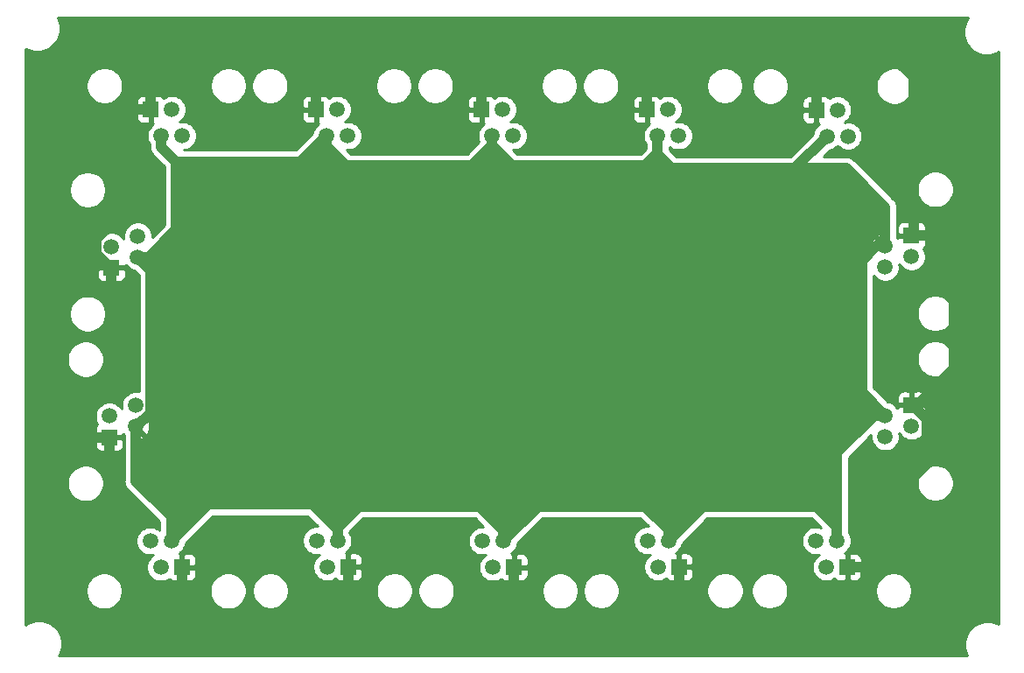
<source format=gtl>
G04 #@! TF.GenerationSoftware,KiCad,Pcbnew,5.1.10-88a1d61d58~90~ubuntu20.04.1*
G04 #@! TF.CreationDate,2021-11-04T14:27:27-04:00*
G04 #@! TF.ProjectId,OMC_CONNECTION_BOARD,4f4d435f-434f-44e4-9e45-4354494f4e5f,rev?*
G04 #@! TF.SameCoordinates,Original*
G04 #@! TF.FileFunction,Copper,L1,Top*
G04 #@! TF.FilePolarity,Positive*
%FSLAX46Y46*%
G04 Gerber Fmt 4.6, Leading zero omitted, Abs format (unit mm)*
G04 Created by KiCad (PCBNEW 5.1.10-88a1d61d58~90~ubuntu20.04.1) date 2021-11-04 14:27:27*
%MOMM*%
%LPD*%
G01*
G04 APERTURE LIST*
G04 #@! TA.AperFunction,ComponentPad*
%ADD10C,1.500000*%
G04 #@! TD*
G04 #@! TA.AperFunction,ComponentPad*
%ADD11R,1.500000X1.500000*%
G04 #@! TD*
G04 #@! TA.AperFunction,Conductor*
%ADD12C,1.000000*%
G04 #@! TD*
G04 #@! TA.AperFunction,Conductor*
%ADD13C,0.254000*%
G04 #@! TD*
G04 #@! TA.AperFunction,Conductor*
%ADD14C,0.100000*%
G04 #@! TD*
G04 APERTURE END LIST*
D10*
X154860000Y-56540000D03*
X153840000Y-54000000D03*
X152820000Y-56540000D03*
D11*
X151800000Y-54000000D03*
D10*
X206860000Y-85660000D03*
X209400000Y-84640000D03*
X206860000Y-83620000D03*
D11*
X209400000Y-82600000D03*
X138820000Y-98280000D03*
D10*
X137800000Y-95740000D03*
X136780000Y-98280000D03*
X135760000Y-95740000D03*
D11*
X200200000Y-54050000D03*
D10*
X201220000Y-56590000D03*
X202240000Y-54050000D03*
X203260000Y-56590000D03*
X186860000Y-56540000D03*
X185840000Y-54000000D03*
X184820000Y-56540000D03*
D11*
X183800000Y-54000000D03*
X167800000Y-54000000D03*
D10*
X168820000Y-56540000D03*
X169840000Y-54000000D03*
X170860000Y-56540000D03*
D11*
X135800000Y-54000000D03*
D10*
X136820000Y-56540000D03*
X137840000Y-54000000D03*
X138860000Y-56540000D03*
X134540000Y-66240000D03*
X132000000Y-67260000D03*
X134540000Y-68280000D03*
D11*
X132000000Y-69300000D03*
D10*
X134340000Y-82640000D03*
X131800000Y-83660000D03*
X134340000Y-84680000D03*
D11*
X131800000Y-85700000D03*
D10*
X151850000Y-95720000D03*
X152870000Y-98260000D03*
X153890000Y-95720000D03*
D11*
X154910000Y-98260000D03*
X170940000Y-98280000D03*
D10*
X169920000Y-95740000D03*
X168900000Y-98280000D03*
X167880000Y-95740000D03*
X183840000Y-95720000D03*
X184860000Y-98260000D03*
X185880000Y-95720000D03*
D11*
X186900000Y-98260000D03*
X203200000Y-98270000D03*
D10*
X202180000Y-95730000D03*
X201160000Y-98270000D03*
X200140000Y-95730000D03*
D11*
X209400000Y-66200000D03*
D10*
X206860000Y-67220000D03*
X209400000Y-68240000D03*
X206860000Y-69260000D03*
D12*
X135800000Y-54000000D02*
X135800000Y-51290000D01*
X135800000Y-51290000D02*
X137960000Y-49130000D01*
X137960000Y-49130000D02*
X150170000Y-49130000D01*
X151800000Y-50760000D02*
X151800000Y-54000000D01*
X150170000Y-49130000D02*
X151800000Y-50760000D01*
X151800000Y-50760000D02*
X151800000Y-50750000D01*
X151800000Y-50890000D02*
X151800000Y-54000000D01*
X153490000Y-49200000D02*
X151800000Y-50890000D01*
X166080000Y-49200000D02*
X153490000Y-49200000D01*
X167800000Y-50920000D02*
X166080000Y-49200000D01*
X167800000Y-54000000D02*
X167800000Y-50920000D01*
X167800000Y-50920000D02*
X167800000Y-50910000D01*
X167800000Y-50910000D02*
X169410000Y-49300000D01*
X169410000Y-49300000D02*
X182460000Y-49300000D01*
X183800000Y-50640000D02*
X183800000Y-54000000D01*
X182460000Y-49300000D02*
X183800000Y-50640000D01*
X198790000Y-49220000D02*
X200200000Y-50630000D01*
X185220000Y-49220000D02*
X198790000Y-49220000D01*
X200200000Y-50630000D02*
X200200000Y-54050000D01*
X183800000Y-50640000D02*
X185220000Y-49220000D01*
X202920000Y-98270000D02*
X205000000Y-98270000D01*
X205000000Y-98270000D02*
X206790000Y-96480000D01*
X186900000Y-98260000D02*
X186900000Y-102340000D01*
X189350000Y-104790000D02*
X203620000Y-104790000D01*
X205000000Y-103410000D02*
X205000000Y-98270000D01*
X203620000Y-104790000D02*
X205000000Y-103410000D01*
X170940000Y-98280000D02*
X170940000Y-102670000D01*
X170940000Y-102670000D02*
X172920000Y-104650000D01*
X185000000Y-104650000D02*
X187105000Y-102545000D01*
X172920000Y-104650000D02*
X185000000Y-104650000D01*
X187105000Y-102545000D02*
X189350000Y-104790000D01*
X186900000Y-102340000D02*
X187105000Y-102545000D01*
X154910000Y-98260000D02*
X154910000Y-102170000D01*
X154910000Y-102170000D02*
X157030000Y-104290000D01*
X169320000Y-104290000D02*
X170940000Y-102670000D01*
X157030000Y-104290000D02*
X169320000Y-104290000D01*
X138820000Y-98280000D02*
X138820000Y-101680000D01*
X138820000Y-101680000D02*
X141430000Y-104290000D01*
X152790000Y-104290000D02*
X154910000Y-102170000D01*
X141430000Y-104290000D02*
X152790000Y-104290000D01*
X135800000Y-54000000D02*
X134000000Y-54000000D01*
X134000000Y-54000000D02*
X132850000Y-55150000D01*
X209580001Y-66019999D02*
X209400000Y-66200000D01*
X209580001Y-50861999D02*
X209580001Y-66019999D01*
X207678002Y-48960000D02*
X209580001Y-50861999D01*
X201870000Y-48960000D02*
X207678002Y-48960000D01*
X200200000Y-50630000D02*
X201870000Y-48960000D01*
X131800000Y-85700000D02*
X131800000Y-97800000D01*
X135680000Y-101680000D02*
X138820000Y-101680000D01*
X131800000Y-97800000D02*
X135680000Y-101680000D01*
X132000000Y-69300000D02*
X132000000Y-80200000D01*
X132000000Y-80200000D02*
X129000000Y-83200000D01*
X129000000Y-83200000D02*
X129000000Y-85600000D01*
X129100000Y-85700000D02*
X131800000Y-85700000D01*
X129000000Y-85600000D02*
X129100000Y-85700000D01*
X131893998Y-69300000D02*
X132000000Y-69300000D01*
X130549999Y-67956001D02*
X131893998Y-69300000D01*
X130549999Y-66563999D02*
X130549999Y-67956001D01*
X132850000Y-64263998D02*
X130549999Y-66563999D01*
X132850000Y-55150000D02*
X132850000Y-64263998D01*
X206790000Y-92340000D02*
X206790000Y-96480000D01*
X210850001Y-88279999D02*
X206790000Y-92340000D01*
X210850001Y-83943999D02*
X210850001Y-88279999D01*
X209506002Y-82600000D02*
X210850001Y-83943999D01*
X209400000Y-82600000D02*
X209506002Y-82600000D01*
X209968002Y-82600000D02*
X209400000Y-82600000D01*
X213550001Y-79018001D02*
X209968002Y-82600000D01*
X213550001Y-68600001D02*
X213550001Y-79018001D01*
X211150000Y-66200000D02*
X213550001Y-68600001D01*
X209400000Y-66200000D02*
X211150000Y-66200000D01*
X136820000Y-57600660D02*
X138279340Y-59060000D01*
X136820000Y-56540000D02*
X136820000Y-57600660D01*
X150300000Y-59060000D02*
X152820000Y-56540000D01*
X138279340Y-59060000D02*
X150300000Y-59060000D01*
X189200000Y-92400000D02*
X185880000Y-95720000D01*
X200190000Y-92400000D02*
X189200000Y-92400000D01*
X202180000Y-94390000D02*
X200190000Y-92400000D01*
X202180000Y-95730000D02*
X202180000Y-94390000D01*
X168820000Y-57494000D02*
X168820000Y-56540000D01*
X166878000Y-59436000D02*
X168820000Y-57494000D01*
X184820000Y-56540000D02*
X184820000Y-58258000D01*
X184820000Y-58258000D02*
X183642000Y-59436000D01*
X170762000Y-59436000D02*
X168820000Y-57494000D01*
X183642000Y-59436000D02*
X170762000Y-59436000D01*
X184820000Y-58258000D02*
X184820000Y-58328000D01*
X184820000Y-58328000D02*
X186182000Y-59690000D01*
X198120000Y-59690000D02*
X201220000Y-56590000D01*
X195580000Y-59690000D02*
X198120000Y-59690000D01*
X186182000Y-59690000D02*
X195580000Y-59690000D01*
X206860000Y-67220000D02*
X205980000Y-67220000D01*
X205980000Y-67220000D02*
X204600000Y-68600000D01*
X204600000Y-81360000D02*
X206860000Y-83620000D01*
X204600000Y-68600000D02*
X204600000Y-81360000D01*
X206860000Y-83620000D02*
X205780000Y-83620000D01*
X202180000Y-87220000D02*
X202180000Y-95730000D01*
X205780000Y-83620000D02*
X202180000Y-87220000D01*
X206860000Y-67220000D02*
X206860000Y-63460000D01*
X203090000Y-59690000D02*
X198120000Y-59690000D01*
X206860000Y-63460000D02*
X203090000Y-59690000D01*
X185880000Y-94659340D02*
X183620660Y-92400000D01*
X185880000Y-95720000D02*
X185880000Y-94659340D01*
X173260000Y-92400000D02*
X169920000Y-95740000D01*
X183620660Y-92400000D02*
X173260000Y-92400000D01*
X169920000Y-94679340D02*
X167640660Y-92400000D01*
X169920000Y-95740000D02*
X169920000Y-94679340D01*
X153890000Y-94434000D02*
X153890000Y-95720000D01*
X155924000Y-92400000D02*
X153890000Y-94434000D01*
X167640660Y-92400000D02*
X155924000Y-92400000D01*
X154686000Y-59436000D02*
X166878000Y-59436000D01*
X152820000Y-57570000D02*
X152820000Y-56540000D01*
X154686000Y-59436000D02*
X152820000Y-57570000D01*
X138279340Y-65601320D02*
X138279340Y-59060000D01*
X135600660Y-68280000D02*
X138279340Y-65601320D01*
X134540000Y-68280000D02*
X135600660Y-68280000D01*
X153890000Y-94659340D02*
X151430660Y-92200000D01*
X153890000Y-95720000D02*
X153890000Y-94659340D01*
X141340000Y-92200000D02*
X137800000Y-95740000D01*
X151430660Y-92200000D02*
X141340000Y-92200000D01*
X134340000Y-84680000D02*
X134340000Y-89940000D01*
X137800000Y-93400000D02*
X137800000Y-95740000D01*
X134340000Y-89940000D02*
X137800000Y-93400000D01*
X134446002Y-84680000D02*
X134340000Y-84680000D01*
X135790001Y-69530001D02*
X135790001Y-83336001D01*
X135790001Y-83336001D02*
X134446002Y-84680000D01*
X134540000Y-68280000D02*
X135790001Y-69530001D01*
D13*
X152108137Y-57735860D02*
X152355116Y-57851760D01*
X152619960Y-57917250D01*
X152892492Y-57929812D01*
X152996646Y-57914040D01*
X154514571Y-59293972D01*
X154534545Y-59308833D01*
X154557035Y-59319512D01*
X154581176Y-59325597D01*
X154600000Y-59327000D01*
X167000000Y-59327000D01*
X167024776Y-59324560D01*
X167048601Y-59317333D01*
X167070557Y-59305597D01*
X167084374Y-59294921D01*
X168633550Y-57917876D01*
X168892492Y-57929812D01*
X168964497Y-57918908D01*
X170715041Y-59494398D01*
X170735090Y-59509159D01*
X170757633Y-59519725D01*
X170781804Y-59525690D01*
X170800000Y-59527000D01*
X183800000Y-59527000D01*
X183824776Y-59524560D01*
X183848601Y-59517333D01*
X183870557Y-59505597D01*
X183889803Y-59489803D01*
X183899170Y-59479336D01*
X184616257Y-58582978D01*
X186116370Y-59895577D01*
X186136623Y-59910056D01*
X186159312Y-59920306D01*
X186183564Y-59925932D01*
X186201549Y-59926991D01*
X202559118Y-59727508D01*
X205508933Y-61890706D01*
X207068342Y-64034893D01*
X206868450Y-65833919D01*
X206787508Y-65830188D01*
X206517762Y-65871035D01*
X206261168Y-65963723D01*
X206148137Y-66024140D01*
X206082612Y-66263007D01*
X206746958Y-66927353D01*
X206708208Y-67276098D01*
X206666253Y-67234143D01*
X206680395Y-67220000D01*
X205903007Y-66442612D01*
X205664140Y-66508137D01*
X205548240Y-66755116D01*
X205482750Y-67019960D01*
X205470188Y-67292492D01*
X205511035Y-67562238D01*
X205603723Y-67818832D01*
X205624618Y-67857924D01*
X204959839Y-68079517D01*
X204937106Y-68089667D01*
X204916789Y-68104057D01*
X204899671Y-68122134D01*
X204886408Y-68143204D01*
X204877510Y-68166456D01*
X204873062Y-68196033D01*
X204473062Y-80996033D01*
X204474727Y-81020874D01*
X204481207Y-81044912D01*
X204489733Y-81063010D01*
X205610008Y-83023491D01*
X205548240Y-83155116D01*
X205482750Y-83419960D01*
X205470188Y-83692492D01*
X205511035Y-83962238D01*
X205581980Y-84158638D01*
X202117749Y-87103234D01*
X202100451Y-87121139D01*
X202086979Y-87142076D01*
X202077850Y-87165238D01*
X202073044Y-87196659D01*
X201884166Y-94374008D01*
X201850887Y-94379047D01*
X200502709Y-92525302D01*
X200486163Y-92506700D01*
X200466306Y-92491683D01*
X200443900Y-92480829D01*
X200419807Y-92474554D01*
X200400000Y-92473000D01*
X188800000Y-92473000D01*
X188775224Y-92475440D01*
X188751399Y-92482667D01*
X188729443Y-92494403D01*
X188703050Y-92517965D01*
X186843229Y-94715935D01*
X186773843Y-94646549D01*
X186657387Y-94763005D01*
X186591863Y-94524140D01*
X186344884Y-94408240D01*
X186080040Y-94342750D01*
X185807508Y-94330188D01*
X185694084Y-94347364D01*
X183277146Y-92499117D01*
X183255982Y-92486005D01*
X183232667Y-92477273D01*
X183200000Y-92473000D01*
X173000000Y-92473000D01*
X172975224Y-92475440D01*
X172951399Y-92482667D01*
X172929443Y-92494403D01*
X172913583Y-92506935D01*
X170649689Y-94609123D01*
X170631863Y-94544140D01*
X170384884Y-94428240D01*
X170120040Y-94362750D01*
X169847508Y-94350188D01*
X169577762Y-94391035D01*
X169572531Y-94392925D01*
X167489803Y-92310197D01*
X167470557Y-92294403D01*
X167448601Y-92282667D01*
X167424776Y-92275440D01*
X167400000Y-92273000D01*
X156000000Y-92273000D01*
X155975224Y-92275440D01*
X155951399Y-92282667D01*
X155929443Y-92294403D01*
X155918697Y-92302436D01*
X153601155Y-94233721D01*
X150882651Y-91903574D01*
X150862251Y-91889303D01*
X150839459Y-91879285D01*
X150815150Y-91873907D01*
X150797355Y-91873028D01*
X141197355Y-92073028D01*
X141172634Y-92075983D01*
X141148966Y-92083705D01*
X141127258Y-92095896D01*
X141107349Y-92113139D01*
X138704002Y-94676708D01*
X138693843Y-94666549D01*
X138577387Y-94783005D01*
X138511863Y-94544140D01*
X138264884Y-94428240D01*
X138023129Y-94368460D01*
X137721644Y-93363507D01*
X137712187Y-93340476D01*
X137692481Y-93312959D01*
X134525078Y-89947593D01*
X134375868Y-86068124D01*
X134412492Y-86069812D01*
X134682238Y-86028965D01*
X134938832Y-85936277D01*
X135051863Y-85875860D01*
X135117388Y-85636993D01*
X134340000Y-84859605D01*
X134329779Y-84869826D01*
X134328724Y-84842393D01*
X134458638Y-84680000D01*
X134519605Y-84680000D01*
X135296993Y-85457388D01*
X135535860Y-85391863D01*
X135651760Y-85144884D01*
X135717250Y-84880040D01*
X135729812Y-84607508D01*
X135688965Y-84337762D01*
X135596277Y-84081168D01*
X135535860Y-83968137D01*
X135296993Y-83902612D01*
X134519605Y-84680000D01*
X134458638Y-84680000D01*
X135258453Y-83680232D01*
X135415799Y-83522886D01*
X135567371Y-83296043D01*
X135569053Y-83291982D01*
X135899170Y-82879336D01*
X135912743Y-82858465D01*
X135921982Y-82835346D01*
X135926984Y-82801984D01*
X136126984Y-70001984D01*
X136124932Y-69977173D01*
X136113592Y-69943204D01*
X135649734Y-69015489D01*
X135735860Y-68991863D01*
X135851760Y-68744884D01*
X135917250Y-68480040D01*
X135929812Y-68207508D01*
X135888965Y-67937762D01*
X135887054Y-67932471D01*
X138286654Y-65692844D01*
X138303102Y-65674155D01*
X138315588Y-65652615D01*
X138323632Y-65629054D01*
X138326938Y-65603967D01*
X138523217Y-59323029D01*
X150604162Y-58926932D01*
X150628845Y-58923681D01*
X150652420Y-58915677D01*
X150673980Y-58903228D01*
X150684374Y-58894921D01*
X152084648Y-57650233D01*
X152108137Y-57735860D01*
G04 #@! TA.AperFunction,Conductor*
D14*
G36*
X152108137Y-57735860D02*
G01*
X152355116Y-57851760D01*
X152619960Y-57917250D01*
X152892492Y-57929812D01*
X152996646Y-57914040D01*
X154514571Y-59293972D01*
X154534545Y-59308833D01*
X154557035Y-59319512D01*
X154581176Y-59325597D01*
X154600000Y-59327000D01*
X167000000Y-59327000D01*
X167024776Y-59324560D01*
X167048601Y-59317333D01*
X167070557Y-59305597D01*
X167084374Y-59294921D01*
X168633550Y-57917876D01*
X168892492Y-57929812D01*
X168964497Y-57918908D01*
X170715041Y-59494398D01*
X170735090Y-59509159D01*
X170757633Y-59519725D01*
X170781804Y-59525690D01*
X170800000Y-59527000D01*
X183800000Y-59527000D01*
X183824776Y-59524560D01*
X183848601Y-59517333D01*
X183870557Y-59505597D01*
X183889803Y-59489803D01*
X183899170Y-59479336D01*
X184616257Y-58582978D01*
X186116370Y-59895577D01*
X186136623Y-59910056D01*
X186159312Y-59920306D01*
X186183564Y-59925932D01*
X186201549Y-59926991D01*
X202559118Y-59727508D01*
X205508933Y-61890706D01*
X207068342Y-64034893D01*
X206868450Y-65833919D01*
X206787508Y-65830188D01*
X206517762Y-65871035D01*
X206261168Y-65963723D01*
X206148137Y-66024140D01*
X206082612Y-66263007D01*
X206746958Y-66927353D01*
X206708208Y-67276098D01*
X206666253Y-67234143D01*
X206680395Y-67220000D01*
X205903007Y-66442612D01*
X205664140Y-66508137D01*
X205548240Y-66755116D01*
X205482750Y-67019960D01*
X205470188Y-67292492D01*
X205511035Y-67562238D01*
X205603723Y-67818832D01*
X205624618Y-67857924D01*
X204959839Y-68079517D01*
X204937106Y-68089667D01*
X204916789Y-68104057D01*
X204899671Y-68122134D01*
X204886408Y-68143204D01*
X204877510Y-68166456D01*
X204873062Y-68196033D01*
X204473062Y-80996033D01*
X204474727Y-81020874D01*
X204481207Y-81044912D01*
X204489733Y-81063010D01*
X205610008Y-83023491D01*
X205548240Y-83155116D01*
X205482750Y-83419960D01*
X205470188Y-83692492D01*
X205511035Y-83962238D01*
X205581980Y-84158638D01*
X202117749Y-87103234D01*
X202100451Y-87121139D01*
X202086979Y-87142076D01*
X202077850Y-87165238D01*
X202073044Y-87196659D01*
X201884166Y-94374008D01*
X201850887Y-94379047D01*
X200502709Y-92525302D01*
X200486163Y-92506700D01*
X200466306Y-92491683D01*
X200443900Y-92480829D01*
X200419807Y-92474554D01*
X200400000Y-92473000D01*
X188800000Y-92473000D01*
X188775224Y-92475440D01*
X188751399Y-92482667D01*
X188729443Y-92494403D01*
X188703050Y-92517965D01*
X186843229Y-94715935D01*
X186773843Y-94646549D01*
X186657387Y-94763005D01*
X186591863Y-94524140D01*
X186344884Y-94408240D01*
X186080040Y-94342750D01*
X185807508Y-94330188D01*
X185694084Y-94347364D01*
X183277146Y-92499117D01*
X183255982Y-92486005D01*
X183232667Y-92477273D01*
X183200000Y-92473000D01*
X173000000Y-92473000D01*
X172975224Y-92475440D01*
X172951399Y-92482667D01*
X172929443Y-92494403D01*
X172913583Y-92506935D01*
X170649689Y-94609123D01*
X170631863Y-94544140D01*
X170384884Y-94428240D01*
X170120040Y-94362750D01*
X169847508Y-94350188D01*
X169577762Y-94391035D01*
X169572531Y-94392925D01*
X167489803Y-92310197D01*
X167470557Y-92294403D01*
X167448601Y-92282667D01*
X167424776Y-92275440D01*
X167400000Y-92273000D01*
X156000000Y-92273000D01*
X155975224Y-92275440D01*
X155951399Y-92282667D01*
X155929443Y-92294403D01*
X155918697Y-92302436D01*
X153601155Y-94233721D01*
X150882651Y-91903574D01*
X150862251Y-91889303D01*
X150839459Y-91879285D01*
X150815150Y-91873907D01*
X150797355Y-91873028D01*
X141197355Y-92073028D01*
X141172634Y-92075983D01*
X141148966Y-92083705D01*
X141127258Y-92095896D01*
X141107349Y-92113139D01*
X138704002Y-94676708D01*
X138693843Y-94666549D01*
X138577387Y-94783005D01*
X138511863Y-94544140D01*
X138264884Y-94428240D01*
X138023129Y-94368460D01*
X137721644Y-93363507D01*
X137712187Y-93340476D01*
X137692481Y-93312959D01*
X134525078Y-89947593D01*
X134375868Y-86068124D01*
X134412492Y-86069812D01*
X134682238Y-86028965D01*
X134938832Y-85936277D01*
X135051863Y-85875860D01*
X135117388Y-85636993D01*
X134340000Y-84859605D01*
X134329779Y-84869826D01*
X134328724Y-84842393D01*
X134458638Y-84680000D01*
X134519605Y-84680000D01*
X135296993Y-85457388D01*
X135535860Y-85391863D01*
X135651760Y-85144884D01*
X135717250Y-84880040D01*
X135729812Y-84607508D01*
X135688965Y-84337762D01*
X135596277Y-84081168D01*
X135535860Y-83968137D01*
X135296993Y-83902612D01*
X134519605Y-84680000D01*
X134458638Y-84680000D01*
X135258453Y-83680232D01*
X135415799Y-83522886D01*
X135567371Y-83296043D01*
X135569053Y-83291982D01*
X135899170Y-82879336D01*
X135912743Y-82858465D01*
X135921982Y-82835346D01*
X135926984Y-82801984D01*
X136126984Y-70001984D01*
X136124932Y-69977173D01*
X136113592Y-69943204D01*
X135649734Y-69015489D01*
X135735860Y-68991863D01*
X135851760Y-68744884D01*
X135917250Y-68480040D01*
X135929812Y-68207508D01*
X135888965Y-67937762D01*
X135887054Y-67932471D01*
X138286654Y-65692844D01*
X138303102Y-65674155D01*
X138315588Y-65652615D01*
X138323632Y-65629054D01*
X138326938Y-65603967D01*
X138523217Y-59323029D01*
X150604162Y-58926932D01*
X150628845Y-58923681D01*
X150652420Y-58915677D01*
X150673980Y-58903228D01*
X150684374Y-58894921D01*
X152084648Y-57650233D01*
X152108137Y-57735860D01*
G37*
G04 #@! TD.AperFunction*
D13*
X214669369Y-45441331D02*
X214500890Y-45848075D01*
X214415000Y-46279872D01*
X214415000Y-46720128D01*
X214500890Y-47151925D01*
X214669369Y-47558669D01*
X214913962Y-47924729D01*
X215225271Y-48236038D01*
X215591331Y-48480631D01*
X215998075Y-48649110D01*
X216429872Y-48735000D01*
X216870128Y-48735000D01*
X217301925Y-48649110D01*
X217708669Y-48480631D01*
X217840000Y-48392879D01*
X217840001Y-103790304D01*
X217808669Y-103769369D01*
X217401925Y-103600890D01*
X216970128Y-103515000D01*
X216529872Y-103515000D01*
X216098075Y-103600890D01*
X215691331Y-103769369D01*
X215325271Y-104013962D01*
X215013962Y-104325271D01*
X214769369Y-104691331D01*
X214600890Y-105098075D01*
X214515000Y-105529872D01*
X214515000Y-105970128D01*
X214600890Y-106401925D01*
X214769369Y-106808669D01*
X214790304Y-106840000D01*
X126892879Y-106840000D01*
X126980631Y-106708669D01*
X127149110Y-106301925D01*
X127235000Y-105870128D01*
X127235000Y-105429872D01*
X127149110Y-104998075D01*
X126980631Y-104591331D01*
X126736038Y-104225271D01*
X126424729Y-103913962D01*
X126058669Y-103669369D01*
X125651925Y-103500890D01*
X125220128Y-103415000D01*
X124779872Y-103415000D01*
X124348075Y-103500890D01*
X123941331Y-103669369D01*
X123710000Y-103823939D01*
X123710000Y-100404193D01*
X129505000Y-100404193D01*
X129505000Y-100755807D01*
X129573596Y-101100665D01*
X129708153Y-101425515D01*
X129903500Y-101717871D01*
X130152129Y-101966500D01*
X130444485Y-102161847D01*
X130769335Y-102296404D01*
X131114193Y-102365000D01*
X131465807Y-102365000D01*
X131810665Y-102296404D01*
X132135515Y-102161847D01*
X132427871Y-101966500D01*
X132676500Y-101717871D01*
X132871847Y-101425515D01*
X133006404Y-101100665D01*
X133075000Y-100755807D01*
X133075000Y-100404193D01*
X141505000Y-100404193D01*
X141505000Y-100755807D01*
X141573596Y-101100665D01*
X141708153Y-101425515D01*
X141903500Y-101717871D01*
X142152129Y-101966500D01*
X142444485Y-102161847D01*
X142769335Y-102296404D01*
X143114193Y-102365000D01*
X143465807Y-102365000D01*
X143810665Y-102296404D01*
X144135515Y-102161847D01*
X144427871Y-101966500D01*
X144676500Y-101717871D01*
X144871847Y-101425515D01*
X145006404Y-101100665D01*
X145075000Y-100755807D01*
X145075000Y-100404193D01*
X145071022Y-100384193D01*
X145595000Y-100384193D01*
X145595000Y-100735807D01*
X145663596Y-101080665D01*
X145798153Y-101405515D01*
X145993500Y-101697871D01*
X146242129Y-101946500D01*
X146534485Y-102141847D01*
X146859335Y-102276404D01*
X147204193Y-102345000D01*
X147555807Y-102345000D01*
X147900665Y-102276404D01*
X148225515Y-102141847D01*
X148517871Y-101946500D01*
X148766500Y-101697871D01*
X148961847Y-101405515D01*
X149096404Y-101080665D01*
X149165000Y-100735807D01*
X149165000Y-100384193D01*
X157595000Y-100384193D01*
X157595000Y-100735807D01*
X157663596Y-101080665D01*
X157798153Y-101405515D01*
X157993500Y-101697871D01*
X158242129Y-101946500D01*
X158534485Y-102141847D01*
X158859335Y-102276404D01*
X159204193Y-102345000D01*
X159555807Y-102345000D01*
X159900665Y-102276404D01*
X160225515Y-102141847D01*
X160517871Y-101946500D01*
X160766500Y-101697871D01*
X160961847Y-101405515D01*
X161096404Y-101080665D01*
X161165000Y-100735807D01*
X161165000Y-100404193D01*
X161625000Y-100404193D01*
X161625000Y-100755807D01*
X161693596Y-101100665D01*
X161828153Y-101425515D01*
X162023500Y-101717871D01*
X162272129Y-101966500D01*
X162564485Y-102161847D01*
X162889335Y-102296404D01*
X163234193Y-102365000D01*
X163585807Y-102365000D01*
X163930665Y-102296404D01*
X164255515Y-102161847D01*
X164547871Y-101966500D01*
X164796500Y-101717871D01*
X164991847Y-101425515D01*
X165126404Y-101100665D01*
X165195000Y-100755807D01*
X165195000Y-100404193D01*
X173625000Y-100404193D01*
X173625000Y-100755807D01*
X173693596Y-101100665D01*
X173828153Y-101425515D01*
X174023500Y-101717871D01*
X174272129Y-101966500D01*
X174564485Y-102161847D01*
X174889335Y-102296404D01*
X175234193Y-102365000D01*
X175585807Y-102365000D01*
X175930665Y-102296404D01*
X176255515Y-102161847D01*
X176547871Y-101966500D01*
X176796500Y-101717871D01*
X176991847Y-101425515D01*
X177126404Y-101100665D01*
X177195000Y-100755807D01*
X177195000Y-100404193D01*
X177191022Y-100384193D01*
X177585000Y-100384193D01*
X177585000Y-100735807D01*
X177653596Y-101080665D01*
X177788153Y-101405515D01*
X177983500Y-101697871D01*
X178232129Y-101946500D01*
X178524485Y-102141847D01*
X178849335Y-102276404D01*
X179194193Y-102345000D01*
X179545807Y-102345000D01*
X179890665Y-102276404D01*
X180215515Y-102141847D01*
X180507871Y-101946500D01*
X180756500Y-101697871D01*
X180951847Y-101405515D01*
X181086404Y-101080665D01*
X181155000Y-100735807D01*
X181155000Y-100384193D01*
X189585000Y-100384193D01*
X189585000Y-100735807D01*
X189653596Y-101080665D01*
X189788153Y-101405515D01*
X189983500Y-101697871D01*
X190232129Y-101946500D01*
X190524485Y-102141847D01*
X190849335Y-102276404D01*
X191194193Y-102345000D01*
X191545807Y-102345000D01*
X191890665Y-102276404D01*
X192215515Y-102141847D01*
X192507871Y-101946500D01*
X192756500Y-101697871D01*
X192951847Y-101405515D01*
X193086404Y-101080665D01*
X193155000Y-100735807D01*
X193155000Y-100394193D01*
X193885000Y-100394193D01*
X193885000Y-100745807D01*
X193953596Y-101090665D01*
X194088153Y-101415515D01*
X194283500Y-101707871D01*
X194532129Y-101956500D01*
X194824485Y-102151847D01*
X195149335Y-102286404D01*
X195494193Y-102355000D01*
X195845807Y-102355000D01*
X196190665Y-102286404D01*
X196515515Y-102151847D01*
X196807871Y-101956500D01*
X197056500Y-101707871D01*
X197251847Y-101415515D01*
X197386404Y-101090665D01*
X197455000Y-100745807D01*
X197455000Y-100394193D01*
X205885000Y-100394193D01*
X205885000Y-100745807D01*
X205953596Y-101090665D01*
X206088153Y-101415515D01*
X206283500Y-101707871D01*
X206532129Y-101956500D01*
X206824485Y-102151847D01*
X207149335Y-102286404D01*
X207494193Y-102355000D01*
X207845807Y-102355000D01*
X208190665Y-102286404D01*
X208515515Y-102151847D01*
X208807871Y-101956500D01*
X209056500Y-101707871D01*
X209251847Y-101415515D01*
X209386404Y-101090665D01*
X209455000Y-100745807D01*
X209455000Y-100394193D01*
X209386404Y-100049335D01*
X209251847Y-99724485D01*
X209056500Y-99432129D01*
X208807871Y-99183500D01*
X208515515Y-98988153D01*
X208190665Y-98853596D01*
X207845807Y-98785000D01*
X207494193Y-98785000D01*
X207149335Y-98853596D01*
X206824485Y-98988153D01*
X206532129Y-99183500D01*
X206283500Y-99432129D01*
X206088153Y-99724485D01*
X205953596Y-100049335D01*
X205885000Y-100394193D01*
X197455000Y-100394193D01*
X197386404Y-100049335D01*
X197251847Y-99724485D01*
X197056500Y-99432129D01*
X196807871Y-99183500D01*
X196515515Y-98988153D01*
X196190665Y-98853596D01*
X195845807Y-98785000D01*
X195494193Y-98785000D01*
X195149335Y-98853596D01*
X194824485Y-98988153D01*
X194532129Y-99183500D01*
X194283500Y-99432129D01*
X194088153Y-99724485D01*
X193953596Y-100049335D01*
X193885000Y-100394193D01*
X193155000Y-100394193D01*
X193155000Y-100384193D01*
X193086404Y-100039335D01*
X192951847Y-99714485D01*
X192756500Y-99422129D01*
X192507871Y-99173500D01*
X192215515Y-98978153D01*
X191890665Y-98843596D01*
X191545807Y-98775000D01*
X191194193Y-98775000D01*
X190849335Y-98843596D01*
X190524485Y-98978153D01*
X190232129Y-99173500D01*
X189983500Y-99422129D01*
X189788153Y-99714485D01*
X189653596Y-100039335D01*
X189585000Y-100384193D01*
X181155000Y-100384193D01*
X181086404Y-100039335D01*
X180951847Y-99714485D01*
X180756500Y-99422129D01*
X180507871Y-99173500D01*
X180215515Y-98978153D01*
X179890665Y-98843596D01*
X179545807Y-98775000D01*
X179194193Y-98775000D01*
X178849335Y-98843596D01*
X178524485Y-98978153D01*
X178232129Y-99173500D01*
X177983500Y-99422129D01*
X177788153Y-99714485D01*
X177653596Y-100039335D01*
X177585000Y-100384193D01*
X177191022Y-100384193D01*
X177126404Y-100059335D01*
X176991847Y-99734485D01*
X176796500Y-99442129D01*
X176547871Y-99193500D01*
X176255515Y-98998153D01*
X175930665Y-98863596D01*
X175585807Y-98795000D01*
X175234193Y-98795000D01*
X174889335Y-98863596D01*
X174564485Y-98998153D01*
X174272129Y-99193500D01*
X174023500Y-99442129D01*
X173828153Y-99734485D01*
X173693596Y-100059335D01*
X173625000Y-100404193D01*
X165195000Y-100404193D01*
X165126404Y-100059335D01*
X164991847Y-99734485D01*
X164796500Y-99442129D01*
X164547871Y-99193500D01*
X164255515Y-98998153D01*
X163930665Y-98863596D01*
X163585807Y-98795000D01*
X163234193Y-98795000D01*
X162889335Y-98863596D01*
X162564485Y-98998153D01*
X162272129Y-99193500D01*
X162023500Y-99442129D01*
X161828153Y-99734485D01*
X161693596Y-100059335D01*
X161625000Y-100404193D01*
X161165000Y-100404193D01*
X161165000Y-100384193D01*
X161096404Y-100039335D01*
X160961847Y-99714485D01*
X160766500Y-99422129D01*
X160517871Y-99173500D01*
X160225515Y-98978153D01*
X159900665Y-98843596D01*
X159555807Y-98775000D01*
X159204193Y-98775000D01*
X158859335Y-98843596D01*
X158534485Y-98978153D01*
X158242129Y-99173500D01*
X157993500Y-99422129D01*
X157798153Y-99714485D01*
X157663596Y-100039335D01*
X157595000Y-100384193D01*
X149165000Y-100384193D01*
X149096404Y-100039335D01*
X148961847Y-99714485D01*
X148766500Y-99422129D01*
X148517871Y-99173500D01*
X148225515Y-98978153D01*
X147900665Y-98843596D01*
X147555807Y-98775000D01*
X147204193Y-98775000D01*
X146859335Y-98843596D01*
X146534485Y-98978153D01*
X146242129Y-99173500D01*
X145993500Y-99422129D01*
X145798153Y-99714485D01*
X145663596Y-100039335D01*
X145595000Y-100384193D01*
X145071022Y-100384193D01*
X145006404Y-100059335D01*
X144871847Y-99734485D01*
X144676500Y-99442129D01*
X144427871Y-99193500D01*
X144135515Y-98998153D01*
X143810665Y-98863596D01*
X143465807Y-98795000D01*
X143114193Y-98795000D01*
X142769335Y-98863596D01*
X142444485Y-98998153D01*
X142152129Y-99193500D01*
X141903500Y-99442129D01*
X141708153Y-99734485D01*
X141573596Y-100059335D01*
X141505000Y-100404193D01*
X133075000Y-100404193D01*
X133006404Y-100059335D01*
X132871847Y-99734485D01*
X132676500Y-99442129D01*
X132427871Y-99193500D01*
X132135515Y-98998153D01*
X131810665Y-98863596D01*
X131465807Y-98795000D01*
X131114193Y-98795000D01*
X130769335Y-98863596D01*
X130444485Y-98998153D01*
X130152129Y-99193500D01*
X129903500Y-99442129D01*
X129708153Y-99734485D01*
X129573596Y-100059335D01*
X129505000Y-100404193D01*
X123710000Y-100404193D01*
X123710000Y-89994193D01*
X127715000Y-89994193D01*
X127715000Y-90345807D01*
X127783596Y-90690665D01*
X127918153Y-91015515D01*
X128113500Y-91307871D01*
X128362129Y-91556500D01*
X128654485Y-91751847D01*
X128979335Y-91886404D01*
X129324193Y-91955000D01*
X129675807Y-91955000D01*
X130020665Y-91886404D01*
X130345515Y-91751847D01*
X130637871Y-91556500D01*
X130886500Y-91307871D01*
X131081847Y-91015515D01*
X131216404Y-90690665D01*
X131285000Y-90345807D01*
X131285000Y-89994193D01*
X131216404Y-89649335D01*
X131081847Y-89324485D01*
X130886500Y-89032129D01*
X130637871Y-88783500D01*
X130345515Y-88588153D01*
X130020665Y-88453596D01*
X129675807Y-88385000D01*
X129324193Y-88385000D01*
X128979335Y-88453596D01*
X128654485Y-88588153D01*
X128362129Y-88783500D01*
X128113500Y-89032129D01*
X127918153Y-89324485D01*
X127783596Y-89649335D01*
X127715000Y-89994193D01*
X123710000Y-89994193D01*
X123710000Y-86450000D01*
X130411928Y-86450000D01*
X130424188Y-86574482D01*
X130460498Y-86694180D01*
X130519463Y-86804494D01*
X130598815Y-86901185D01*
X130695506Y-86980537D01*
X130805820Y-87039502D01*
X130925518Y-87075812D01*
X131050000Y-87088072D01*
X131514250Y-87085000D01*
X131673000Y-86926250D01*
X131673000Y-85827000D01*
X131927000Y-85827000D01*
X131927000Y-86926250D01*
X132085750Y-87085000D01*
X132550000Y-87088072D01*
X132674482Y-87075812D01*
X132794180Y-87039502D01*
X132904494Y-86980537D01*
X133001185Y-86901185D01*
X133080537Y-86804494D01*
X133139502Y-86694180D01*
X133175812Y-86574482D01*
X133188072Y-86450000D01*
X133185000Y-85985750D01*
X133026250Y-85827000D01*
X131927000Y-85827000D01*
X131673000Y-85827000D01*
X130573750Y-85827000D01*
X130415000Y-85985750D01*
X130411928Y-86450000D01*
X123710000Y-86450000D01*
X123710000Y-84950000D01*
X130411928Y-84950000D01*
X130415000Y-85414250D01*
X130573750Y-85573000D01*
X131673000Y-85573000D01*
X131673000Y-85553000D01*
X131927000Y-85553000D01*
X131927000Y-85573000D01*
X133026250Y-85573000D01*
X133172942Y-85426308D01*
X133205000Y-85474286D01*
X133205001Y-89884239D01*
X133199509Y-89940000D01*
X133221423Y-90162498D01*
X133286324Y-90376446D01*
X133286325Y-90376447D01*
X133391717Y-90573623D01*
X133533552Y-90746449D01*
X133576860Y-90781991D01*
X136665000Y-93870132D01*
X136665001Y-94686316D01*
X136642886Y-94664201D01*
X136416043Y-94512629D01*
X136163989Y-94408225D01*
X135896411Y-94355000D01*
X135623589Y-94355000D01*
X135356011Y-94408225D01*
X135103957Y-94512629D01*
X134877114Y-94664201D01*
X134684201Y-94857114D01*
X134532629Y-95083957D01*
X134428225Y-95336011D01*
X134375000Y-95603589D01*
X134375000Y-95876411D01*
X134428225Y-96143989D01*
X134532629Y-96396043D01*
X134684201Y-96622886D01*
X134877114Y-96815799D01*
X135103957Y-96967371D01*
X135356011Y-97071775D01*
X135623589Y-97125000D01*
X135896411Y-97125000D01*
X136066188Y-97091229D01*
X135897114Y-97204201D01*
X135704201Y-97397114D01*
X135552629Y-97623957D01*
X135448225Y-97876011D01*
X135395000Y-98143589D01*
X135395000Y-98416411D01*
X135448225Y-98683989D01*
X135552629Y-98936043D01*
X135704201Y-99162886D01*
X135897114Y-99355799D01*
X136123957Y-99507371D01*
X136376011Y-99611775D01*
X136643589Y-99665000D01*
X136916411Y-99665000D01*
X137183989Y-99611775D01*
X137436043Y-99507371D01*
X137567965Y-99419224D01*
X137618815Y-99481185D01*
X137715506Y-99560537D01*
X137825820Y-99619502D01*
X137945518Y-99655812D01*
X138070000Y-99668072D01*
X138534250Y-99665000D01*
X138693000Y-99506250D01*
X138693000Y-98407000D01*
X138947000Y-98407000D01*
X138947000Y-99506250D01*
X139105750Y-99665000D01*
X139570000Y-99668072D01*
X139694482Y-99655812D01*
X139814180Y-99619502D01*
X139924494Y-99560537D01*
X140021185Y-99481185D01*
X140100537Y-99384494D01*
X140159502Y-99274180D01*
X140195812Y-99154482D01*
X140208072Y-99030000D01*
X140205000Y-98565750D01*
X140046250Y-98407000D01*
X138947000Y-98407000D01*
X138693000Y-98407000D01*
X138673000Y-98407000D01*
X138673000Y-98153000D01*
X138693000Y-98153000D01*
X138693000Y-97053750D01*
X138947000Y-97053750D01*
X138947000Y-98153000D01*
X140046250Y-98153000D01*
X140205000Y-97994250D01*
X140208072Y-97530000D01*
X140195812Y-97405518D01*
X140159502Y-97285820D01*
X140100537Y-97175506D01*
X140021185Y-97078815D01*
X139924494Y-96999463D01*
X139814180Y-96940498D01*
X139694482Y-96904188D01*
X139570000Y-96891928D01*
X139105750Y-96895000D01*
X138947000Y-97053750D01*
X138693000Y-97053750D01*
X138546308Y-96907058D01*
X138682886Y-96815799D01*
X138875799Y-96622886D01*
X139027371Y-96396043D01*
X139131775Y-96143989D01*
X139164212Y-95980919D01*
X141810132Y-93335000D01*
X150960529Y-93335000D01*
X151960528Y-94335000D01*
X151713589Y-94335000D01*
X151446011Y-94388225D01*
X151193957Y-94492629D01*
X150967114Y-94644201D01*
X150774201Y-94837114D01*
X150622629Y-95063957D01*
X150518225Y-95316011D01*
X150465000Y-95583589D01*
X150465000Y-95856411D01*
X150518225Y-96123989D01*
X150622629Y-96376043D01*
X150774201Y-96602886D01*
X150967114Y-96795799D01*
X151193957Y-96947371D01*
X151446011Y-97051775D01*
X151713589Y-97105000D01*
X151986411Y-97105000D01*
X152156188Y-97071229D01*
X151987114Y-97184201D01*
X151794201Y-97377114D01*
X151642629Y-97603957D01*
X151538225Y-97856011D01*
X151485000Y-98123589D01*
X151485000Y-98396411D01*
X151538225Y-98663989D01*
X151642629Y-98916043D01*
X151794201Y-99142886D01*
X151987114Y-99335799D01*
X152213957Y-99487371D01*
X152466011Y-99591775D01*
X152733589Y-99645000D01*
X153006411Y-99645000D01*
X153273989Y-99591775D01*
X153526043Y-99487371D01*
X153657965Y-99399224D01*
X153708815Y-99461185D01*
X153805506Y-99540537D01*
X153915820Y-99599502D01*
X154035518Y-99635812D01*
X154160000Y-99648072D01*
X154624250Y-99645000D01*
X154783000Y-99486250D01*
X154783000Y-98387000D01*
X155037000Y-98387000D01*
X155037000Y-99486250D01*
X155195750Y-99645000D01*
X155660000Y-99648072D01*
X155784482Y-99635812D01*
X155904180Y-99599502D01*
X156014494Y-99540537D01*
X156111185Y-99461185D01*
X156190537Y-99364494D01*
X156249502Y-99254180D01*
X156285812Y-99134482D01*
X156298072Y-99010000D01*
X156295000Y-98545750D01*
X156136250Y-98387000D01*
X155037000Y-98387000D01*
X154783000Y-98387000D01*
X154763000Y-98387000D01*
X154763000Y-98133000D01*
X154783000Y-98133000D01*
X154783000Y-97033750D01*
X155037000Y-97033750D01*
X155037000Y-98133000D01*
X156136250Y-98133000D01*
X156295000Y-97974250D01*
X156298072Y-97510000D01*
X156285812Y-97385518D01*
X156249502Y-97265820D01*
X156190537Y-97155506D01*
X156111185Y-97058815D01*
X156014494Y-96979463D01*
X155904180Y-96920498D01*
X155784482Y-96884188D01*
X155660000Y-96871928D01*
X155195750Y-96875000D01*
X155037000Y-97033750D01*
X154783000Y-97033750D01*
X154636308Y-96887058D01*
X154772886Y-96795799D01*
X154965799Y-96602886D01*
X155117371Y-96376043D01*
X155221775Y-96123989D01*
X155275000Y-95856411D01*
X155275000Y-95583589D01*
X155221775Y-95316011D01*
X155117371Y-95063957D01*
X155025000Y-94925714D01*
X155025000Y-94904131D01*
X156394132Y-93535000D01*
X167170529Y-93535000D01*
X167990528Y-94355000D01*
X167743589Y-94355000D01*
X167476011Y-94408225D01*
X167223957Y-94512629D01*
X166997114Y-94664201D01*
X166804201Y-94857114D01*
X166652629Y-95083957D01*
X166548225Y-95336011D01*
X166495000Y-95603589D01*
X166495000Y-95876411D01*
X166548225Y-96143989D01*
X166652629Y-96396043D01*
X166804201Y-96622886D01*
X166997114Y-96815799D01*
X167223957Y-96967371D01*
X167476011Y-97071775D01*
X167743589Y-97125000D01*
X168016411Y-97125000D01*
X168186188Y-97091229D01*
X168017114Y-97204201D01*
X167824201Y-97397114D01*
X167672629Y-97623957D01*
X167568225Y-97876011D01*
X167515000Y-98143589D01*
X167515000Y-98416411D01*
X167568225Y-98683989D01*
X167672629Y-98936043D01*
X167824201Y-99162886D01*
X168017114Y-99355799D01*
X168243957Y-99507371D01*
X168496011Y-99611775D01*
X168763589Y-99665000D01*
X169036411Y-99665000D01*
X169303989Y-99611775D01*
X169556043Y-99507371D01*
X169687965Y-99419224D01*
X169738815Y-99481185D01*
X169835506Y-99560537D01*
X169945820Y-99619502D01*
X170065518Y-99655812D01*
X170190000Y-99668072D01*
X170654250Y-99665000D01*
X170813000Y-99506250D01*
X170813000Y-98407000D01*
X171067000Y-98407000D01*
X171067000Y-99506250D01*
X171225750Y-99665000D01*
X171690000Y-99668072D01*
X171814482Y-99655812D01*
X171934180Y-99619502D01*
X172044494Y-99560537D01*
X172141185Y-99481185D01*
X172220537Y-99384494D01*
X172279502Y-99274180D01*
X172315812Y-99154482D01*
X172328072Y-99030000D01*
X172325000Y-98565750D01*
X172166250Y-98407000D01*
X171067000Y-98407000D01*
X170813000Y-98407000D01*
X170793000Y-98407000D01*
X170793000Y-98153000D01*
X170813000Y-98153000D01*
X170813000Y-97053750D01*
X171067000Y-97053750D01*
X171067000Y-98153000D01*
X172166250Y-98153000D01*
X172325000Y-97994250D01*
X172328072Y-97530000D01*
X172315812Y-97405518D01*
X172279502Y-97285820D01*
X172220537Y-97175506D01*
X172141185Y-97078815D01*
X172044494Y-96999463D01*
X171934180Y-96940498D01*
X171814482Y-96904188D01*
X171690000Y-96891928D01*
X171225750Y-96895000D01*
X171067000Y-97053750D01*
X170813000Y-97053750D01*
X170666308Y-96907058D01*
X170802886Y-96815799D01*
X170995799Y-96622886D01*
X171147371Y-96396043D01*
X171251775Y-96143989D01*
X171284212Y-95980919D01*
X173730132Y-93535000D01*
X183150529Y-93535000D01*
X183950528Y-94335000D01*
X183703589Y-94335000D01*
X183436011Y-94388225D01*
X183183957Y-94492629D01*
X182957114Y-94644201D01*
X182764201Y-94837114D01*
X182612629Y-95063957D01*
X182508225Y-95316011D01*
X182455000Y-95583589D01*
X182455000Y-95856411D01*
X182508225Y-96123989D01*
X182612629Y-96376043D01*
X182764201Y-96602886D01*
X182957114Y-96795799D01*
X183183957Y-96947371D01*
X183436011Y-97051775D01*
X183703589Y-97105000D01*
X183976411Y-97105000D01*
X184146188Y-97071229D01*
X183977114Y-97184201D01*
X183784201Y-97377114D01*
X183632629Y-97603957D01*
X183528225Y-97856011D01*
X183475000Y-98123589D01*
X183475000Y-98396411D01*
X183528225Y-98663989D01*
X183632629Y-98916043D01*
X183784201Y-99142886D01*
X183977114Y-99335799D01*
X184203957Y-99487371D01*
X184456011Y-99591775D01*
X184723589Y-99645000D01*
X184996411Y-99645000D01*
X185263989Y-99591775D01*
X185516043Y-99487371D01*
X185647965Y-99399224D01*
X185698815Y-99461185D01*
X185795506Y-99540537D01*
X185905820Y-99599502D01*
X186025518Y-99635812D01*
X186150000Y-99648072D01*
X186614250Y-99645000D01*
X186773000Y-99486250D01*
X186773000Y-98387000D01*
X187027000Y-98387000D01*
X187027000Y-99486250D01*
X187185750Y-99645000D01*
X187650000Y-99648072D01*
X187774482Y-99635812D01*
X187894180Y-99599502D01*
X188004494Y-99540537D01*
X188101185Y-99461185D01*
X188180537Y-99364494D01*
X188239502Y-99254180D01*
X188275812Y-99134482D01*
X188288072Y-99010000D01*
X188285000Y-98545750D01*
X188126250Y-98387000D01*
X187027000Y-98387000D01*
X186773000Y-98387000D01*
X186753000Y-98387000D01*
X186753000Y-98133000D01*
X186773000Y-98133000D01*
X186773000Y-97033750D01*
X187027000Y-97033750D01*
X187027000Y-98133000D01*
X188126250Y-98133000D01*
X188285000Y-97974250D01*
X188288072Y-97510000D01*
X188275812Y-97385518D01*
X188239502Y-97265820D01*
X188180537Y-97155506D01*
X188101185Y-97058815D01*
X188004494Y-96979463D01*
X187894180Y-96920498D01*
X187774482Y-96884188D01*
X187650000Y-96871928D01*
X187185750Y-96875000D01*
X187027000Y-97033750D01*
X186773000Y-97033750D01*
X186626308Y-96887058D01*
X186762886Y-96795799D01*
X186955799Y-96602886D01*
X187107371Y-96376043D01*
X187211775Y-96123989D01*
X187244212Y-95960919D01*
X189670132Y-93535000D01*
X199719869Y-93535000D01*
X200610744Y-94425876D01*
X200543989Y-94398225D01*
X200276411Y-94345000D01*
X200003589Y-94345000D01*
X199736011Y-94398225D01*
X199483957Y-94502629D01*
X199257114Y-94654201D01*
X199064201Y-94847114D01*
X198912629Y-95073957D01*
X198808225Y-95326011D01*
X198755000Y-95593589D01*
X198755000Y-95866411D01*
X198808225Y-96133989D01*
X198912629Y-96386043D01*
X199064201Y-96612886D01*
X199257114Y-96805799D01*
X199483957Y-96957371D01*
X199736011Y-97061775D01*
X200003589Y-97115000D01*
X200276411Y-97115000D01*
X200446188Y-97081229D01*
X200277114Y-97194201D01*
X200084201Y-97387114D01*
X199932629Y-97613957D01*
X199828225Y-97866011D01*
X199775000Y-98133589D01*
X199775000Y-98406411D01*
X199828225Y-98673989D01*
X199932629Y-98926043D01*
X200084201Y-99152886D01*
X200277114Y-99345799D01*
X200503957Y-99497371D01*
X200756011Y-99601775D01*
X201023589Y-99655000D01*
X201296411Y-99655000D01*
X201563989Y-99601775D01*
X201816043Y-99497371D01*
X201947965Y-99409224D01*
X201998815Y-99471185D01*
X202095506Y-99550537D01*
X202205820Y-99609502D01*
X202325518Y-99645812D01*
X202450000Y-99658072D01*
X202914250Y-99655000D01*
X203073000Y-99496250D01*
X203073000Y-98397000D01*
X203327000Y-98397000D01*
X203327000Y-99496250D01*
X203485750Y-99655000D01*
X203950000Y-99658072D01*
X204074482Y-99645812D01*
X204194180Y-99609502D01*
X204304494Y-99550537D01*
X204401185Y-99471185D01*
X204480537Y-99374494D01*
X204539502Y-99264180D01*
X204575812Y-99144482D01*
X204588072Y-99020000D01*
X204585000Y-98555750D01*
X204426250Y-98397000D01*
X203327000Y-98397000D01*
X203073000Y-98397000D01*
X203053000Y-98397000D01*
X203053000Y-98143000D01*
X203073000Y-98143000D01*
X203073000Y-97043750D01*
X203327000Y-97043750D01*
X203327000Y-98143000D01*
X204426250Y-98143000D01*
X204585000Y-97984250D01*
X204588072Y-97520000D01*
X204575812Y-97395518D01*
X204539502Y-97275820D01*
X204480537Y-97165506D01*
X204401185Y-97068815D01*
X204304494Y-96989463D01*
X204194180Y-96930498D01*
X204074482Y-96894188D01*
X203950000Y-96881928D01*
X203485750Y-96885000D01*
X203327000Y-97043750D01*
X203073000Y-97043750D01*
X202926308Y-96897058D01*
X203062886Y-96805799D01*
X203255799Y-96612886D01*
X203407371Y-96386043D01*
X203511775Y-96133989D01*
X203565000Y-95866411D01*
X203565000Y-95593589D01*
X203511775Y-95326011D01*
X203407371Y-95073957D01*
X203315000Y-94935714D01*
X203315000Y-94445751D01*
X203320491Y-94390000D01*
X203315000Y-94334248D01*
X203315000Y-89954193D01*
X209915000Y-89954193D01*
X209915000Y-90305807D01*
X209983596Y-90650665D01*
X210118153Y-90975515D01*
X210313500Y-91267871D01*
X210562129Y-91516500D01*
X210854485Y-91711847D01*
X211179335Y-91846404D01*
X211524193Y-91915000D01*
X211875807Y-91915000D01*
X212220665Y-91846404D01*
X212545515Y-91711847D01*
X212837871Y-91516500D01*
X213086500Y-91267871D01*
X213281847Y-90975515D01*
X213416404Y-90650665D01*
X213485000Y-90305807D01*
X213485000Y-89954193D01*
X213416404Y-89609335D01*
X213281847Y-89284485D01*
X213086500Y-88992129D01*
X212837871Y-88743500D01*
X212545515Y-88548153D01*
X212220665Y-88413596D01*
X211875807Y-88345000D01*
X211524193Y-88345000D01*
X211179335Y-88413596D01*
X210854485Y-88548153D01*
X210562129Y-88743500D01*
X210313500Y-88992129D01*
X210118153Y-89284485D01*
X209983596Y-89609335D01*
X209915000Y-89954193D01*
X203315000Y-89954193D01*
X203315000Y-87690131D01*
X205475000Y-85530132D01*
X205475000Y-85796411D01*
X205528225Y-86063989D01*
X205632629Y-86316043D01*
X205784201Y-86542886D01*
X205977114Y-86735799D01*
X206203957Y-86887371D01*
X206456011Y-86991775D01*
X206723589Y-87045000D01*
X206996411Y-87045000D01*
X207263989Y-86991775D01*
X207516043Y-86887371D01*
X207742886Y-86735799D01*
X207935799Y-86542886D01*
X208087371Y-86316043D01*
X208191775Y-86063989D01*
X208245000Y-85796411D01*
X208245000Y-85523589D01*
X208211229Y-85353812D01*
X208324201Y-85522886D01*
X208517114Y-85715799D01*
X208743957Y-85867371D01*
X208996011Y-85971775D01*
X209263589Y-86025000D01*
X209536411Y-86025000D01*
X209803989Y-85971775D01*
X210056043Y-85867371D01*
X210282886Y-85715799D01*
X210475799Y-85522886D01*
X210627371Y-85296043D01*
X210731775Y-85043989D01*
X210785000Y-84776411D01*
X210785000Y-84503589D01*
X210731775Y-84236011D01*
X210627371Y-83983957D01*
X210539224Y-83852035D01*
X210601185Y-83801185D01*
X210680537Y-83704494D01*
X210739502Y-83594180D01*
X210775812Y-83474482D01*
X210788072Y-83350000D01*
X210785000Y-82885750D01*
X210626250Y-82727000D01*
X209527000Y-82727000D01*
X209527000Y-82747000D01*
X209273000Y-82747000D01*
X209273000Y-82727000D01*
X208173750Y-82727000D01*
X208027058Y-82873692D01*
X207935799Y-82737114D01*
X207742886Y-82544201D01*
X207516043Y-82392629D01*
X207263989Y-82288225D01*
X207100921Y-82255788D01*
X206695133Y-81850000D01*
X208011928Y-81850000D01*
X208015000Y-82314250D01*
X208173750Y-82473000D01*
X209273000Y-82473000D01*
X209273000Y-81373750D01*
X209527000Y-81373750D01*
X209527000Y-82473000D01*
X210626250Y-82473000D01*
X210785000Y-82314250D01*
X210788072Y-81850000D01*
X210775812Y-81725518D01*
X210739502Y-81605820D01*
X210680537Y-81495506D01*
X210601185Y-81398815D01*
X210504494Y-81319463D01*
X210394180Y-81260498D01*
X210274482Y-81224188D01*
X210150000Y-81211928D01*
X209685750Y-81215000D01*
X209527000Y-81373750D01*
X209273000Y-81373750D01*
X209114250Y-81215000D01*
X208650000Y-81211928D01*
X208525518Y-81224188D01*
X208405820Y-81260498D01*
X208295506Y-81319463D01*
X208198815Y-81398815D01*
X208119463Y-81495506D01*
X208060498Y-81605820D01*
X208024188Y-81725518D01*
X208011928Y-81850000D01*
X206695133Y-81850000D01*
X205735000Y-80889869D01*
X205735000Y-77954193D01*
X209915000Y-77954193D01*
X209915000Y-78305807D01*
X209983596Y-78650665D01*
X210118153Y-78975515D01*
X210313500Y-79267871D01*
X210562129Y-79516500D01*
X210854485Y-79711847D01*
X211179335Y-79846404D01*
X211524193Y-79915000D01*
X211875807Y-79915000D01*
X212220665Y-79846404D01*
X212545515Y-79711847D01*
X212837871Y-79516500D01*
X213086500Y-79267871D01*
X213281847Y-78975515D01*
X213416404Y-78650665D01*
X213485000Y-78305807D01*
X213485000Y-77954193D01*
X213416404Y-77609335D01*
X213281847Y-77284485D01*
X213086500Y-76992129D01*
X212837871Y-76743500D01*
X212545515Y-76548153D01*
X212220665Y-76413596D01*
X211875807Y-76345000D01*
X211524193Y-76345000D01*
X211179335Y-76413596D01*
X210854485Y-76548153D01*
X210562129Y-76743500D01*
X210313500Y-76992129D01*
X210118153Y-77284485D01*
X209983596Y-77609335D01*
X209915000Y-77954193D01*
X205735000Y-77954193D01*
X205735000Y-73554193D01*
X209915000Y-73554193D01*
X209915000Y-73905807D01*
X209983596Y-74250665D01*
X210118153Y-74575515D01*
X210313500Y-74867871D01*
X210562129Y-75116500D01*
X210854485Y-75311847D01*
X211179335Y-75446404D01*
X211524193Y-75515000D01*
X211875807Y-75515000D01*
X212220665Y-75446404D01*
X212545515Y-75311847D01*
X212837871Y-75116500D01*
X213086500Y-74867871D01*
X213281847Y-74575515D01*
X213416404Y-74250665D01*
X213485000Y-73905807D01*
X213485000Y-73554193D01*
X213416404Y-73209335D01*
X213281847Y-72884485D01*
X213086500Y-72592129D01*
X212837871Y-72343500D01*
X212545515Y-72148153D01*
X212220665Y-72013596D01*
X211875807Y-71945000D01*
X211524193Y-71945000D01*
X211179335Y-72013596D01*
X210854485Y-72148153D01*
X210562129Y-72343500D01*
X210313500Y-72592129D01*
X210118153Y-72884485D01*
X209983596Y-73209335D01*
X209915000Y-73554193D01*
X205735000Y-73554193D01*
X205735000Y-70069252D01*
X205784201Y-70142886D01*
X205977114Y-70335799D01*
X206203957Y-70487371D01*
X206456011Y-70591775D01*
X206723589Y-70645000D01*
X206996411Y-70645000D01*
X207263989Y-70591775D01*
X207516043Y-70487371D01*
X207742886Y-70335799D01*
X207935799Y-70142886D01*
X208087371Y-69916043D01*
X208191775Y-69663989D01*
X208245000Y-69396411D01*
X208245000Y-69123589D01*
X208211229Y-68953812D01*
X208324201Y-69122886D01*
X208517114Y-69315799D01*
X208743957Y-69467371D01*
X208996011Y-69571775D01*
X209263589Y-69625000D01*
X209536411Y-69625000D01*
X209803989Y-69571775D01*
X210056043Y-69467371D01*
X210282886Y-69315799D01*
X210475799Y-69122886D01*
X210627371Y-68896043D01*
X210731775Y-68643989D01*
X210785000Y-68376411D01*
X210785000Y-68103589D01*
X210731775Y-67836011D01*
X210627371Y-67583957D01*
X210539224Y-67452035D01*
X210601185Y-67401185D01*
X210680537Y-67304494D01*
X210739502Y-67194180D01*
X210775812Y-67074482D01*
X210788072Y-66950000D01*
X210785000Y-66485750D01*
X210626250Y-66327000D01*
X209527000Y-66327000D01*
X209527000Y-66347000D01*
X209273000Y-66347000D01*
X209273000Y-66327000D01*
X208173750Y-66327000D01*
X208027058Y-66473692D01*
X207995000Y-66425714D01*
X207995000Y-65450000D01*
X208011928Y-65450000D01*
X208015000Y-65914250D01*
X208173750Y-66073000D01*
X209273000Y-66073000D01*
X209273000Y-64973750D01*
X209527000Y-64973750D01*
X209527000Y-66073000D01*
X210626250Y-66073000D01*
X210785000Y-65914250D01*
X210788072Y-65450000D01*
X210775812Y-65325518D01*
X210739502Y-65205820D01*
X210680537Y-65095506D01*
X210601185Y-64998815D01*
X210504494Y-64919463D01*
X210394180Y-64860498D01*
X210274482Y-64824188D01*
X210150000Y-64811928D01*
X209685750Y-64815000D01*
X209527000Y-64973750D01*
X209273000Y-64973750D01*
X209114250Y-64815000D01*
X208650000Y-64811928D01*
X208525518Y-64824188D01*
X208405820Y-64860498D01*
X208295506Y-64919463D01*
X208198815Y-64998815D01*
X208119463Y-65095506D01*
X208060498Y-65205820D01*
X208024188Y-65325518D01*
X208011928Y-65450000D01*
X207995000Y-65450000D01*
X207995000Y-63515751D01*
X208000491Y-63459999D01*
X207978577Y-63237500D01*
X207941871Y-63116500D01*
X207913676Y-63023553D01*
X207808284Y-62826377D01*
X207666449Y-62653551D01*
X207623141Y-62618009D01*
X206559325Y-61554193D01*
X209915000Y-61554193D01*
X209915000Y-61905807D01*
X209983596Y-62250665D01*
X210118153Y-62575515D01*
X210313500Y-62867871D01*
X210562129Y-63116500D01*
X210854485Y-63311847D01*
X211179335Y-63446404D01*
X211524193Y-63515000D01*
X211875807Y-63515000D01*
X212220665Y-63446404D01*
X212545515Y-63311847D01*
X212837871Y-63116500D01*
X213086500Y-62867871D01*
X213281847Y-62575515D01*
X213416404Y-62250665D01*
X213485000Y-61905807D01*
X213485000Y-61554193D01*
X213416404Y-61209335D01*
X213281847Y-60884485D01*
X213086500Y-60592129D01*
X212837871Y-60343500D01*
X212545515Y-60148153D01*
X212220665Y-60013596D01*
X211875807Y-59945000D01*
X211524193Y-59945000D01*
X211179335Y-60013596D01*
X210854485Y-60148153D01*
X210562129Y-60343500D01*
X210313500Y-60592129D01*
X210118153Y-60884485D01*
X209983596Y-61209335D01*
X209915000Y-61554193D01*
X206559325Y-61554193D01*
X203931996Y-58926865D01*
X203896449Y-58883551D01*
X203723623Y-58741716D01*
X203526447Y-58636324D01*
X203312499Y-58571423D01*
X203145752Y-58555000D01*
X203145751Y-58555000D01*
X203090000Y-58549509D01*
X203034249Y-58555000D01*
X200860132Y-58555000D01*
X201460920Y-57954212D01*
X201623989Y-57921775D01*
X201876043Y-57817371D01*
X202102886Y-57665799D01*
X202240000Y-57528685D01*
X202377114Y-57665799D01*
X202603957Y-57817371D01*
X202856011Y-57921775D01*
X203123589Y-57975000D01*
X203396411Y-57975000D01*
X203663989Y-57921775D01*
X203916043Y-57817371D01*
X204142886Y-57665799D01*
X204335799Y-57472886D01*
X204487371Y-57246043D01*
X204591775Y-56993989D01*
X204645000Y-56726411D01*
X204645000Y-56453589D01*
X204591775Y-56186011D01*
X204487371Y-55933957D01*
X204335799Y-55707114D01*
X204142886Y-55514201D01*
X203916043Y-55362629D01*
X203663989Y-55258225D01*
X203396411Y-55205000D01*
X203123589Y-55205000D01*
X202953812Y-55238771D01*
X203122886Y-55125799D01*
X203315799Y-54932886D01*
X203467371Y-54706043D01*
X203571775Y-54453989D01*
X203625000Y-54186411D01*
X203625000Y-53913589D01*
X203571775Y-53646011D01*
X203467371Y-53393957D01*
X203315799Y-53167114D01*
X203122886Y-52974201D01*
X202896043Y-52822629D01*
X202643989Y-52718225D01*
X202376411Y-52665000D01*
X202103589Y-52665000D01*
X201836011Y-52718225D01*
X201583957Y-52822629D01*
X201452035Y-52910776D01*
X201401185Y-52848815D01*
X201304494Y-52769463D01*
X201194180Y-52710498D01*
X201074482Y-52674188D01*
X200950000Y-52661928D01*
X200485750Y-52665000D01*
X200327000Y-52823750D01*
X200327000Y-53923000D01*
X200347000Y-53923000D01*
X200347000Y-54177000D01*
X200327000Y-54177000D01*
X200327000Y-55276250D01*
X200473692Y-55422942D01*
X200337114Y-55514201D01*
X200144201Y-55707114D01*
X199992629Y-55933957D01*
X199888225Y-56186011D01*
X199855788Y-56349080D01*
X197649869Y-58555000D01*
X186652132Y-58555000D01*
X185955000Y-57857869D01*
X185955000Y-57593685D01*
X185977114Y-57615799D01*
X186203957Y-57767371D01*
X186456011Y-57871775D01*
X186723589Y-57925000D01*
X186996411Y-57925000D01*
X187263989Y-57871775D01*
X187516043Y-57767371D01*
X187742886Y-57615799D01*
X187935799Y-57422886D01*
X188087371Y-57196043D01*
X188191775Y-56943989D01*
X188245000Y-56676411D01*
X188245000Y-56403589D01*
X188191775Y-56136011D01*
X188087371Y-55883957D01*
X187935799Y-55657114D01*
X187742886Y-55464201D01*
X187516043Y-55312629D01*
X187263989Y-55208225D01*
X186996411Y-55155000D01*
X186723589Y-55155000D01*
X186553812Y-55188771D01*
X186722886Y-55075799D01*
X186915799Y-54882886D01*
X186971181Y-54800000D01*
X198811928Y-54800000D01*
X198824188Y-54924482D01*
X198860498Y-55044180D01*
X198919463Y-55154494D01*
X198998815Y-55251185D01*
X199095506Y-55330537D01*
X199205820Y-55389502D01*
X199325518Y-55425812D01*
X199450000Y-55438072D01*
X199914250Y-55435000D01*
X200073000Y-55276250D01*
X200073000Y-54177000D01*
X198973750Y-54177000D01*
X198815000Y-54335750D01*
X198811928Y-54800000D01*
X186971181Y-54800000D01*
X187067371Y-54656043D01*
X187171775Y-54403989D01*
X187225000Y-54136411D01*
X187225000Y-53863589D01*
X187171775Y-53596011D01*
X187067371Y-53343957D01*
X186915799Y-53117114D01*
X186722886Y-52924201D01*
X186496043Y-52772629D01*
X186243989Y-52668225D01*
X185976411Y-52615000D01*
X185703589Y-52615000D01*
X185436011Y-52668225D01*
X185183957Y-52772629D01*
X185052035Y-52860776D01*
X185001185Y-52798815D01*
X184904494Y-52719463D01*
X184794180Y-52660498D01*
X184674482Y-52624188D01*
X184550000Y-52611928D01*
X184085750Y-52615000D01*
X183927000Y-52773750D01*
X183927000Y-53873000D01*
X183947000Y-53873000D01*
X183947000Y-54127000D01*
X183927000Y-54127000D01*
X183927000Y-55226250D01*
X184073692Y-55372942D01*
X183937114Y-55464201D01*
X183744201Y-55657114D01*
X183592629Y-55883957D01*
X183488225Y-56136011D01*
X183435000Y-56403589D01*
X183435000Y-56676411D01*
X183488225Y-56943989D01*
X183592629Y-57196043D01*
X183685000Y-57334286D01*
X183685000Y-57787868D01*
X183171868Y-58301000D01*
X171232132Y-58301000D01*
X170856132Y-57925000D01*
X170996411Y-57925000D01*
X171263989Y-57871775D01*
X171516043Y-57767371D01*
X171742886Y-57615799D01*
X171935799Y-57422886D01*
X172087371Y-57196043D01*
X172191775Y-56943989D01*
X172245000Y-56676411D01*
X172245000Y-56403589D01*
X172191775Y-56136011D01*
X172087371Y-55883957D01*
X171935799Y-55657114D01*
X171742886Y-55464201D01*
X171516043Y-55312629D01*
X171263989Y-55208225D01*
X170996411Y-55155000D01*
X170723589Y-55155000D01*
X170553812Y-55188771D01*
X170722886Y-55075799D01*
X170915799Y-54882886D01*
X171004590Y-54750000D01*
X182411928Y-54750000D01*
X182424188Y-54874482D01*
X182460498Y-54994180D01*
X182519463Y-55104494D01*
X182598815Y-55201185D01*
X182695506Y-55280537D01*
X182805820Y-55339502D01*
X182925518Y-55375812D01*
X183050000Y-55388072D01*
X183514250Y-55385000D01*
X183673000Y-55226250D01*
X183673000Y-54127000D01*
X182573750Y-54127000D01*
X182415000Y-54285750D01*
X182411928Y-54750000D01*
X171004590Y-54750000D01*
X171067371Y-54656043D01*
X171171775Y-54403989D01*
X171225000Y-54136411D01*
X171225000Y-53863589D01*
X171171775Y-53596011D01*
X171067371Y-53343957D01*
X170915799Y-53117114D01*
X170722886Y-52924201D01*
X170496043Y-52772629D01*
X170243989Y-52668225D01*
X169976411Y-52615000D01*
X169703589Y-52615000D01*
X169436011Y-52668225D01*
X169183957Y-52772629D01*
X169052035Y-52860776D01*
X169001185Y-52798815D01*
X168904494Y-52719463D01*
X168794180Y-52660498D01*
X168674482Y-52624188D01*
X168550000Y-52611928D01*
X168085750Y-52615000D01*
X167927000Y-52773750D01*
X167927000Y-53873000D01*
X167947000Y-53873000D01*
X167947000Y-54127000D01*
X167927000Y-54127000D01*
X167927000Y-55226250D01*
X168073692Y-55372942D01*
X167937114Y-55464201D01*
X167744201Y-55657114D01*
X167592629Y-55883957D01*
X167488225Y-56136011D01*
X167435000Y-56403589D01*
X167435000Y-56676411D01*
X167488225Y-56943989D01*
X167569255Y-57139613D01*
X166407869Y-58301000D01*
X155156133Y-58301000D01*
X154780132Y-57925000D01*
X154996411Y-57925000D01*
X155263989Y-57871775D01*
X155516043Y-57767371D01*
X155742886Y-57615799D01*
X155935799Y-57422886D01*
X156087371Y-57196043D01*
X156191775Y-56943989D01*
X156245000Y-56676411D01*
X156245000Y-56403589D01*
X156191775Y-56136011D01*
X156087371Y-55883957D01*
X155935799Y-55657114D01*
X155742886Y-55464201D01*
X155516043Y-55312629D01*
X155263989Y-55208225D01*
X154996411Y-55155000D01*
X154723589Y-55155000D01*
X154553812Y-55188771D01*
X154722886Y-55075799D01*
X154915799Y-54882886D01*
X155004590Y-54750000D01*
X166411928Y-54750000D01*
X166424188Y-54874482D01*
X166460498Y-54994180D01*
X166519463Y-55104494D01*
X166598815Y-55201185D01*
X166695506Y-55280537D01*
X166805820Y-55339502D01*
X166925518Y-55375812D01*
X167050000Y-55388072D01*
X167514250Y-55385000D01*
X167673000Y-55226250D01*
X167673000Y-54127000D01*
X166573750Y-54127000D01*
X166415000Y-54285750D01*
X166411928Y-54750000D01*
X155004590Y-54750000D01*
X155067371Y-54656043D01*
X155171775Y-54403989D01*
X155225000Y-54136411D01*
X155225000Y-53863589D01*
X155171775Y-53596011D01*
X155067371Y-53343957D01*
X154915799Y-53117114D01*
X154722886Y-52924201D01*
X154496043Y-52772629D01*
X154243989Y-52668225D01*
X153976411Y-52615000D01*
X153703589Y-52615000D01*
X153436011Y-52668225D01*
X153183957Y-52772629D01*
X153052035Y-52860776D01*
X153001185Y-52798815D01*
X152904494Y-52719463D01*
X152794180Y-52660498D01*
X152674482Y-52624188D01*
X152550000Y-52611928D01*
X152085750Y-52615000D01*
X151927000Y-52773750D01*
X151927000Y-53873000D01*
X151947000Y-53873000D01*
X151947000Y-54127000D01*
X151927000Y-54127000D01*
X151927000Y-55226250D01*
X152073692Y-55372942D01*
X151937114Y-55464201D01*
X151744201Y-55657114D01*
X151592629Y-55883957D01*
X151488225Y-56136011D01*
X151455788Y-56299080D01*
X149829869Y-57925000D01*
X138996411Y-57925000D01*
X139263989Y-57871775D01*
X139516043Y-57767371D01*
X139742886Y-57615799D01*
X139935799Y-57422886D01*
X140087371Y-57196043D01*
X140191775Y-56943989D01*
X140245000Y-56676411D01*
X140245000Y-56403589D01*
X140191775Y-56136011D01*
X140087371Y-55883957D01*
X139935799Y-55657114D01*
X139742886Y-55464201D01*
X139516043Y-55312629D01*
X139263989Y-55208225D01*
X138996411Y-55155000D01*
X138723589Y-55155000D01*
X138553812Y-55188771D01*
X138722886Y-55075799D01*
X138915799Y-54882886D01*
X139004590Y-54750000D01*
X150411928Y-54750000D01*
X150424188Y-54874482D01*
X150460498Y-54994180D01*
X150519463Y-55104494D01*
X150598815Y-55201185D01*
X150695506Y-55280537D01*
X150805820Y-55339502D01*
X150925518Y-55375812D01*
X151050000Y-55388072D01*
X151514250Y-55385000D01*
X151673000Y-55226250D01*
X151673000Y-54127000D01*
X150573750Y-54127000D01*
X150415000Y-54285750D01*
X150411928Y-54750000D01*
X139004590Y-54750000D01*
X139067371Y-54656043D01*
X139171775Y-54403989D01*
X139225000Y-54136411D01*
X139225000Y-53863589D01*
X139171775Y-53596011D01*
X139067371Y-53343957D01*
X138915799Y-53117114D01*
X138722886Y-52924201D01*
X138496043Y-52772629D01*
X138243989Y-52668225D01*
X137976411Y-52615000D01*
X137703589Y-52615000D01*
X137436011Y-52668225D01*
X137183957Y-52772629D01*
X137052035Y-52860776D01*
X137001185Y-52798815D01*
X136904494Y-52719463D01*
X136794180Y-52660498D01*
X136674482Y-52624188D01*
X136550000Y-52611928D01*
X136085750Y-52615000D01*
X135927000Y-52773750D01*
X135927000Y-53873000D01*
X135947000Y-53873000D01*
X135947000Y-54127000D01*
X135927000Y-54127000D01*
X135927000Y-55226250D01*
X136073692Y-55372942D01*
X135937114Y-55464201D01*
X135744201Y-55657114D01*
X135592629Y-55883957D01*
X135488225Y-56136011D01*
X135435000Y-56403589D01*
X135435000Y-56676411D01*
X135488225Y-56943989D01*
X135592629Y-57196043D01*
X135685000Y-57334286D01*
X135685000Y-57544909D01*
X135679509Y-57600660D01*
X135685000Y-57656411D01*
X135685000Y-57656412D01*
X135701423Y-57823159D01*
X135766324Y-58037107D01*
X135871717Y-58234283D01*
X136013552Y-58407109D01*
X136056860Y-58442651D01*
X137144341Y-59530133D01*
X137144340Y-65131187D01*
X135925000Y-66350528D01*
X135925000Y-66103589D01*
X135871775Y-65836011D01*
X135767371Y-65583957D01*
X135615799Y-65357114D01*
X135422886Y-65164201D01*
X135196043Y-65012629D01*
X134943989Y-64908225D01*
X134676411Y-64855000D01*
X134403589Y-64855000D01*
X134136011Y-64908225D01*
X133883957Y-65012629D01*
X133657114Y-65164201D01*
X133464201Y-65357114D01*
X133312629Y-65583957D01*
X133208225Y-65836011D01*
X133155000Y-66103589D01*
X133155000Y-66376411D01*
X133188771Y-66546188D01*
X133075799Y-66377114D01*
X132882886Y-66184201D01*
X132656043Y-66032629D01*
X132403989Y-65928225D01*
X132136411Y-65875000D01*
X131863589Y-65875000D01*
X131596011Y-65928225D01*
X131343957Y-66032629D01*
X131117114Y-66184201D01*
X130924201Y-66377114D01*
X130772629Y-66603957D01*
X130668225Y-66856011D01*
X130615000Y-67123589D01*
X130615000Y-67396411D01*
X130668225Y-67663989D01*
X130772629Y-67916043D01*
X130860776Y-68047965D01*
X130798815Y-68098815D01*
X130719463Y-68195506D01*
X130660498Y-68305820D01*
X130624188Y-68425518D01*
X130611928Y-68550000D01*
X130615000Y-69014250D01*
X130773750Y-69173000D01*
X131873000Y-69173000D01*
X131873000Y-69153000D01*
X132127000Y-69153000D01*
X132127000Y-69173000D01*
X133226250Y-69173000D01*
X133372942Y-69026308D01*
X133464201Y-69162886D01*
X133657114Y-69355799D01*
X133883957Y-69507371D01*
X134136011Y-69611775D01*
X134299080Y-69644212D01*
X134655001Y-70000133D01*
X134655002Y-81290524D01*
X134476411Y-81255000D01*
X134203589Y-81255000D01*
X133936011Y-81308225D01*
X133683957Y-81412629D01*
X133457114Y-81564201D01*
X133264201Y-81757114D01*
X133112629Y-81983957D01*
X133008225Y-82236011D01*
X132955000Y-82503589D01*
X132955000Y-82776411D01*
X132988771Y-82946188D01*
X132875799Y-82777114D01*
X132682886Y-82584201D01*
X132456043Y-82432629D01*
X132203989Y-82328225D01*
X131936411Y-82275000D01*
X131663589Y-82275000D01*
X131396011Y-82328225D01*
X131143957Y-82432629D01*
X130917114Y-82584201D01*
X130724201Y-82777114D01*
X130572629Y-83003957D01*
X130468225Y-83256011D01*
X130415000Y-83523589D01*
X130415000Y-83796411D01*
X130468225Y-84063989D01*
X130572629Y-84316043D01*
X130660776Y-84447965D01*
X130598815Y-84498815D01*
X130519463Y-84595506D01*
X130460498Y-84705820D01*
X130424188Y-84825518D01*
X130411928Y-84950000D01*
X123710000Y-84950000D01*
X123710000Y-77994193D01*
X127715000Y-77994193D01*
X127715000Y-78345807D01*
X127783596Y-78690665D01*
X127918153Y-79015515D01*
X128113500Y-79307871D01*
X128362129Y-79556500D01*
X128654485Y-79751847D01*
X128979335Y-79886404D01*
X129324193Y-79955000D01*
X129675807Y-79955000D01*
X130020665Y-79886404D01*
X130345515Y-79751847D01*
X130637871Y-79556500D01*
X130886500Y-79307871D01*
X131081847Y-79015515D01*
X131216404Y-78690665D01*
X131285000Y-78345807D01*
X131285000Y-77994193D01*
X131216404Y-77649335D01*
X131081847Y-77324485D01*
X130886500Y-77032129D01*
X130637871Y-76783500D01*
X130345515Y-76588153D01*
X130020665Y-76453596D01*
X129675807Y-76385000D01*
X129324193Y-76385000D01*
X128979335Y-76453596D01*
X128654485Y-76588153D01*
X128362129Y-76783500D01*
X128113500Y-77032129D01*
X127918153Y-77324485D01*
X127783596Y-77649335D01*
X127715000Y-77994193D01*
X123710000Y-77994193D01*
X123710000Y-73594193D01*
X127915000Y-73594193D01*
X127915000Y-73945807D01*
X127983596Y-74290665D01*
X128118153Y-74615515D01*
X128313500Y-74907871D01*
X128562129Y-75156500D01*
X128854485Y-75351847D01*
X129179335Y-75486404D01*
X129524193Y-75555000D01*
X129875807Y-75555000D01*
X130220665Y-75486404D01*
X130545515Y-75351847D01*
X130837871Y-75156500D01*
X131086500Y-74907871D01*
X131281847Y-74615515D01*
X131416404Y-74290665D01*
X131485000Y-73945807D01*
X131485000Y-73594193D01*
X131416404Y-73249335D01*
X131281847Y-72924485D01*
X131086500Y-72632129D01*
X130837871Y-72383500D01*
X130545515Y-72188153D01*
X130220665Y-72053596D01*
X129875807Y-71985000D01*
X129524193Y-71985000D01*
X129179335Y-72053596D01*
X128854485Y-72188153D01*
X128562129Y-72383500D01*
X128313500Y-72632129D01*
X128118153Y-72924485D01*
X127983596Y-73249335D01*
X127915000Y-73594193D01*
X123710000Y-73594193D01*
X123710000Y-70050000D01*
X130611928Y-70050000D01*
X130624188Y-70174482D01*
X130660498Y-70294180D01*
X130719463Y-70404494D01*
X130798815Y-70501185D01*
X130895506Y-70580537D01*
X131005820Y-70639502D01*
X131125518Y-70675812D01*
X131250000Y-70688072D01*
X131714250Y-70685000D01*
X131873000Y-70526250D01*
X131873000Y-69427000D01*
X132127000Y-69427000D01*
X132127000Y-70526250D01*
X132285750Y-70685000D01*
X132750000Y-70688072D01*
X132874482Y-70675812D01*
X132994180Y-70639502D01*
X133104494Y-70580537D01*
X133201185Y-70501185D01*
X133280537Y-70404494D01*
X133339502Y-70294180D01*
X133375812Y-70174482D01*
X133388072Y-70050000D01*
X133385000Y-69585750D01*
X133226250Y-69427000D01*
X132127000Y-69427000D01*
X131873000Y-69427000D01*
X130773750Y-69427000D01*
X130615000Y-69585750D01*
X130611928Y-70050000D01*
X123710000Y-70050000D01*
X123710000Y-61594193D01*
X127915000Y-61594193D01*
X127915000Y-61945807D01*
X127983596Y-62290665D01*
X128118153Y-62615515D01*
X128313500Y-62907871D01*
X128562129Y-63156500D01*
X128854485Y-63351847D01*
X129179335Y-63486404D01*
X129524193Y-63555000D01*
X129875807Y-63555000D01*
X130220665Y-63486404D01*
X130545515Y-63351847D01*
X130837871Y-63156500D01*
X131086500Y-62907871D01*
X131281847Y-62615515D01*
X131416404Y-62290665D01*
X131485000Y-61945807D01*
X131485000Y-61594193D01*
X131416404Y-61249335D01*
X131281847Y-60924485D01*
X131086500Y-60632129D01*
X130837871Y-60383500D01*
X130545515Y-60188153D01*
X130220665Y-60053596D01*
X129875807Y-59985000D01*
X129524193Y-59985000D01*
X129179335Y-60053596D01*
X128854485Y-60188153D01*
X128562129Y-60383500D01*
X128313500Y-60632129D01*
X128118153Y-60924485D01*
X127983596Y-61249335D01*
X127915000Y-61594193D01*
X123710000Y-61594193D01*
X123710000Y-54750000D01*
X134411928Y-54750000D01*
X134424188Y-54874482D01*
X134460498Y-54994180D01*
X134519463Y-55104494D01*
X134598815Y-55201185D01*
X134695506Y-55280537D01*
X134805820Y-55339502D01*
X134925518Y-55375812D01*
X135050000Y-55388072D01*
X135514250Y-55385000D01*
X135673000Y-55226250D01*
X135673000Y-54127000D01*
X134573750Y-54127000D01*
X134415000Y-54285750D01*
X134411928Y-54750000D01*
X123710000Y-54750000D01*
X123710000Y-51524193D01*
X129545000Y-51524193D01*
X129545000Y-51875807D01*
X129613596Y-52220665D01*
X129748153Y-52545515D01*
X129943500Y-52837871D01*
X130192129Y-53086500D01*
X130484485Y-53281847D01*
X130809335Y-53416404D01*
X131154193Y-53485000D01*
X131505807Y-53485000D01*
X131850665Y-53416404D01*
X132175515Y-53281847D01*
X132223177Y-53250000D01*
X134411928Y-53250000D01*
X134415000Y-53714250D01*
X134573750Y-53873000D01*
X135673000Y-53873000D01*
X135673000Y-52773750D01*
X135514250Y-52615000D01*
X135050000Y-52611928D01*
X134925518Y-52624188D01*
X134805820Y-52660498D01*
X134695506Y-52719463D01*
X134598815Y-52798815D01*
X134519463Y-52895506D01*
X134460498Y-53005820D01*
X134424188Y-53125518D01*
X134411928Y-53250000D01*
X132223177Y-53250000D01*
X132467871Y-53086500D01*
X132716500Y-52837871D01*
X132911847Y-52545515D01*
X133046404Y-52220665D01*
X133115000Y-51875807D01*
X133115000Y-51524193D01*
X141545000Y-51524193D01*
X141545000Y-51875807D01*
X141613596Y-52220665D01*
X141748153Y-52545515D01*
X141943500Y-52837871D01*
X142192129Y-53086500D01*
X142484485Y-53281847D01*
X142809335Y-53416404D01*
X143154193Y-53485000D01*
X143505807Y-53485000D01*
X143850665Y-53416404D01*
X144175515Y-53281847D01*
X144467871Y-53086500D01*
X144716500Y-52837871D01*
X144911847Y-52545515D01*
X145046404Y-52220665D01*
X145115000Y-51875807D01*
X145115000Y-51524193D01*
X145545000Y-51524193D01*
X145545000Y-51875807D01*
X145613596Y-52220665D01*
X145748153Y-52545515D01*
X145943500Y-52837871D01*
X146192129Y-53086500D01*
X146484485Y-53281847D01*
X146809335Y-53416404D01*
X147154193Y-53485000D01*
X147505807Y-53485000D01*
X147850665Y-53416404D01*
X148175515Y-53281847D01*
X148223177Y-53250000D01*
X150411928Y-53250000D01*
X150415000Y-53714250D01*
X150573750Y-53873000D01*
X151673000Y-53873000D01*
X151673000Y-52773750D01*
X151514250Y-52615000D01*
X151050000Y-52611928D01*
X150925518Y-52624188D01*
X150805820Y-52660498D01*
X150695506Y-52719463D01*
X150598815Y-52798815D01*
X150519463Y-52895506D01*
X150460498Y-53005820D01*
X150424188Y-53125518D01*
X150411928Y-53250000D01*
X148223177Y-53250000D01*
X148467871Y-53086500D01*
X148716500Y-52837871D01*
X148911847Y-52545515D01*
X149046404Y-52220665D01*
X149115000Y-51875807D01*
X149115000Y-51524193D01*
X157545000Y-51524193D01*
X157545000Y-51875807D01*
X157613596Y-52220665D01*
X157748153Y-52545515D01*
X157943500Y-52837871D01*
X158192129Y-53086500D01*
X158484485Y-53281847D01*
X158809335Y-53416404D01*
X159154193Y-53485000D01*
X159505807Y-53485000D01*
X159850665Y-53416404D01*
X160175515Y-53281847D01*
X160467871Y-53086500D01*
X160716500Y-52837871D01*
X160911847Y-52545515D01*
X161046404Y-52220665D01*
X161115000Y-51875807D01*
X161115000Y-51524193D01*
X161545000Y-51524193D01*
X161545000Y-51875807D01*
X161613596Y-52220665D01*
X161748153Y-52545515D01*
X161943500Y-52837871D01*
X162192129Y-53086500D01*
X162484485Y-53281847D01*
X162809335Y-53416404D01*
X163154193Y-53485000D01*
X163505807Y-53485000D01*
X163850665Y-53416404D01*
X164175515Y-53281847D01*
X164223177Y-53250000D01*
X166411928Y-53250000D01*
X166415000Y-53714250D01*
X166573750Y-53873000D01*
X167673000Y-53873000D01*
X167673000Y-52773750D01*
X167514250Y-52615000D01*
X167050000Y-52611928D01*
X166925518Y-52624188D01*
X166805820Y-52660498D01*
X166695506Y-52719463D01*
X166598815Y-52798815D01*
X166519463Y-52895506D01*
X166460498Y-53005820D01*
X166424188Y-53125518D01*
X166411928Y-53250000D01*
X164223177Y-53250000D01*
X164467871Y-53086500D01*
X164716500Y-52837871D01*
X164911847Y-52545515D01*
X165046404Y-52220665D01*
X165115000Y-51875807D01*
X165115000Y-51524193D01*
X173545000Y-51524193D01*
X173545000Y-51875807D01*
X173613596Y-52220665D01*
X173748153Y-52545515D01*
X173943500Y-52837871D01*
X174192129Y-53086500D01*
X174484485Y-53281847D01*
X174809335Y-53416404D01*
X175154193Y-53485000D01*
X175505807Y-53485000D01*
X175850665Y-53416404D01*
X176175515Y-53281847D01*
X176467871Y-53086500D01*
X176716500Y-52837871D01*
X176911847Y-52545515D01*
X177046404Y-52220665D01*
X177115000Y-51875807D01*
X177115000Y-51524193D01*
X177545000Y-51524193D01*
X177545000Y-51875807D01*
X177613596Y-52220665D01*
X177748153Y-52545515D01*
X177943500Y-52837871D01*
X178192129Y-53086500D01*
X178484485Y-53281847D01*
X178809335Y-53416404D01*
X179154193Y-53485000D01*
X179505807Y-53485000D01*
X179850665Y-53416404D01*
X180175515Y-53281847D01*
X180223177Y-53250000D01*
X182411928Y-53250000D01*
X182415000Y-53714250D01*
X182573750Y-53873000D01*
X183673000Y-53873000D01*
X183673000Y-52773750D01*
X183514250Y-52615000D01*
X183050000Y-52611928D01*
X182925518Y-52624188D01*
X182805820Y-52660498D01*
X182695506Y-52719463D01*
X182598815Y-52798815D01*
X182519463Y-52895506D01*
X182460498Y-53005820D01*
X182424188Y-53125518D01*
X182411928Y-53250000D01*
X180223177Y-53250000D01*
X180467871Y-53086500D01*
X180716500Y-52837871D01*
X180911847Y-52545515D01*
X181046404Y-52220665D01*
X181115000Y-51875807D01*
X181115000Y-51524193D01*
X189545000Y-51524193D01*
X189545000Y-51875807D01*
X189613596Y-52220665D01*
X189748153Y-52545515D01*
X189943500Y-52837871D01*
X190192129Y-53086500D01*
X190484485Y-53281847D01*
X190809335Y-53416404D01*
X191154193Y-53485000D01*
X191505807Y-53485000D01*
X191850665Y-53416404D01*
X192175515Y-53281847D01*
X192467871Y-53086500D01*
X192716500Y-52837871D01*
X192911847Y-52545515D01*
X193046404Y-52220665D01*
X193115000Y-51875807D01*
X193115000Y-51574193D01*
X193945000Y-51574193D01*
X193945000Y-51925807D01*
X194013596Y-52270665D01*
X194148153Y-52595515D01*
X194343500Y-52887871D01*
X194592129Y-53136500D01*
X194884485Y-53331847D01*
X195209335Y-53466404D01*
X195554193Y-53535000D01*
X195905807Y-53535000D01*
X196250665Y-53466404D01*
X196575515Y-53331847D01*
X196623177Y-53300000D01*
X198811928Y-53300000D01*
X198815000Y-53764250D01*
X198973750Y-53923000D01*
X200073000Y-53923000D01*
X200073000Y-52823750D01*
X199914250Y-52665000D01*
X199450000Y-52661928D01*
X199325518Y-52674188D01*
X199205820Y-52710498D01*
X199095506Y-52769463D01*
X198998815Y-52848815D01*
X198919463Y-52945506D01*
X198860498Y-53055820D01*
X198824188Y-53175518D01*
X198811928Y-53300000D01*
X196623177Y-53300000D01*
X196867871Y-53136500D01*
X197116500Y-52887871D01*
X197311847Y-52595515D01*
X197446404Y-52270665D01*
X197515000Y-51925807D01*
X197515000Y-51574193D01*
X205945000Y-51574193D01*
X205945000Y-51925807D01*
X206013596Y-52270665D01*
X206148153Y-52595515D01*
X206343500Y-52887871D01*
X206592129Y-53136500D01*
X206884485Y-53331847D01*
X207209335Y-53466404D01*
X207554193Y-53535000D01*
X207905807Y-53535000D01*
X208250665Y-53466404D01*
X208575515Y-53331847D01*
X208867871Y-53136500D01*
X209116500Y-52887871D01*
X209311847Y-52595515D01*
X209446404Y-52270665D01*
X209515000Y-51925807D01*
X209515000Y-51574193D01*
X209446404Y-51229335D01*
X209311847Y-50904485D01*
X209116500Y-50612129D01*
X208867871Y-50363500D01*
X208575515Y-50168153D01*
X208250665Y-50033596D01*
X207905807Y-49965000D01*
X207554193Y-49965000D01*
X207209335Y-50033596D01*
X206884485Y-50168153D01*
X206592129Y-50363500D01*
X206343500Y-50612129D01*
X206148153Y-50904485D01*
X206013596Y-51229335D01*
X205945000Y-51574193D01*
X197515000Y-51574193D01*
X197446404Y-51229335D01*
X197311847Y-50904485D01*
X197116500Y-50612129D01*
X196867871Y-50363500D01*
X196575515Y-50168153D01*
X196250665Y-50033596D01*
X195905807Y-49965000D01*
X195554193Y-49965000D01*
X195209335Y-50033596D01*
X194884485Y-50168153D01*
X194592129Y-50363500D01*
X194343500Y-50612129D01*
X194148153Y-50904485D01*
X194013596Y-51229335D01*
X193945000Y-51574193D01*
X193115000Y-51574193D01*
X193115000Y-51524193D01*
X193046404Y-51179335D01*
X192911847Y-50854485D01*
X192716500Y-50562129D01*
X192467871Y-50313500D01*
X192175515Y-50118153D01*
X191850665Y-49983596D01*
X191505807Y-49915000D01*
X191154193Y-49915000D01*
X190809335Y-49983596D01*
X190484485Y-50118153D01*
X190192129Y-50313500D01*
X189943500Y-50562129D01*
X189748153Y-50854485D01*
X189613596Y-51179335D01*
X189545000Y-51524193D01*
X181115000Y-51524193D01*
X181046404Y-51179335D01*
X180911847Y-50854485D01*
X180716500Y-50562129D01*
X180467871Y-50313500D01*
X180175515Y-50118153D01*
X179850665Y-49983596D01*
X179505807Y-49915000D01*
X179154193Y-49915000D01*
X178809335Y-49983596D01*
X178484485Y-50118153D01*
X178192129Y-50313500D01*
X177943500Y-50562129D01*
X177748153Y-50854485D01*
X177613596Y-51179335D01*
X177545000Y-51524193D01*
X177115000Y-51524193D01*
X177046404Y-51179335D01*
X176911847Y-50854485D01*
X176716500Y-50562129D01*
X176467871Y-50313500D01*
X176175515Y-50118153D01*
X175850665Y-49983596D01*
X175505807Y-49915000D01*
X175154193Y-49915000D01*
X174809335Y-49983596D01*
X174484485Y-50118153D01*
X174192129Y-50313500D01*
X173943500Y-50562129D01*
X173748153Y-50854485D01*
X173613596Y-51179335D01*
X173545000Y-51524193D01*
X165115000Y-51524193D01*
X165046404Y-51179335D01*
X164911847Y-50854485D01*
X164716500Y-50562129D01*
X164467871Y-50313500D01*
X164175515Y-50118153D01*
X163850665Y-49983596D01*
X163505807Y-49915000D01*
X163154193Y-49915000D01*
X162809335Y-49983596D01*
X162484485Y-50118153D01*
X162192129Y-50313500D01*
X161943500Y-50562129D01*
X161748153Y-50854485D01*
X161613596Y-51179335D01*
X161545000Y-51524193D01*
X161115000Y-51524193D01*
X161046404Y-51179335D01*
X160911847Y-50854485D01*
X160716500Y-50562129D01*
X160467871Y-50313500D01*
X160175515Y-50118153D01*
X159850665Y-49983596D01*
X159505807Y-49915000D01*
X159154193Y-49915000D01*
X158809335Y-49983596D01*
X158484485Y-50118153D01*
X158192129Y-50313500D01*
X157943500Y-50562129D01*
X157748153Y-50854485D01*
X157613596Y-51179335D01*
X157545000Y-51524193D01*
X149115000Y-51524193D01*
X149046404Y-51179335D01*
X148911847Y-50854485D01*
X148716500Y-50562129D01*
X148467871Y-50313500D01*
X148175515Y-50118153D01*
X147850665Y-49983596D01*
X147505807Y-49915000D01*
X147154193Y-49915000D01*
X146809335Y-49983596D01*
X146484485Y-50118153D01*
X146192129Y-50313500D01*
X145943500Y-50562129D01*
X145748153Y-50854485D01*
X145613596Y-51179335D01*
X145545000Y-51524193D01*
X145115000Y-51524193D01*
X145046404Y-51179335D01*
X144911847Y-50854485D01*
X144716500Y-50562129D01*
X144467871Y-50313500D01*
X144175515Y-50118153D01*
X143850665Y-49983596D01*
X143505807Y-49915000D01*
X143154193Y-49915000D01*
X142809335Y-49983596D01*
X142484485Y-50118153D01*
X142192129Y-50313500D01*
X141943500Y-50562129D01*
X141748153Y-50854485D01*
X141613596Y-51179335D01*
X141545000Y-51524193D01*
X133115000Y-51524193D01*
X133046404Y-51179335D01*
X132911847Y-50854485D01*
X132716500Y-50562129D01*
X132467871Y-50313500D01*
X132175515Y-50118153D01*
X131850665Y-49983596D01*
X131505807Y-49915000D01*
X131154193Y-49915000D01*
X130809335Y-49983596D01*
X130484485Y-50118153D01*
X130192129Y-50313500D01*
X129943500Y-50562129D01*
X129748153Y-50854485D01*
X129613596Y-51179335D01*
X129545000Y-51524193D01*
X123710000Y-51524193D01*
X123710000Y-48109696D01*
X123741331Y-48130631D01*
X124148075Y-48299110D01*
X124579872Y-48385000D01*
X125020128Y-48385000D01*
X125451925Y-48299110D01*
X125858669Y-48130631D01*
X126224729Y-47886038D01*
X126536038Y-47574729D01*
X126780631Y-47208669D01*
X126949110Y-46801925D01*
X127035000Y-46370128D01*
X127035000Y-45929872D01*
X126949110Y-45498075D01*
X126788364Y-45110000D01*
X214890757Y-45110000D01*
X214669369Y-45441331D01*
G04 #@! TA.AperFunction,Conductor*
D14*
G36*
X214669369Y-45441331D02*
G01*
X214500890Y-45848075D01*
X214415000Y-46279872D01*
X214415000Y-46720128D01*
X214500890Y-47151925D01*
X214669369Y-47558669D01*
X214913962Y-47924729D01*
X215225271Y-48236038D01*
X215591331Y-48480631D01*
X215998075Y-48649110D01*
X216429872Y-48735000D01*
X216870128Y-48735000D01*
X217301925Y-48649110D01*
X217708669Y-48480631D01*
X217840000Y-48392879D01*
X217840001Y-103790304D01*
X217808669Y-103769369D01*
X217401925Y-103600890D01*
X216970128Y-103515000D01*
X216529872Y-103515000D01*
X216098075Y-103600890D01*
X215691331Y-103769369D01*
X215325271Y-104013962D01*
X215013962Y-104325271D01*
X214769369Y-104691331D01*
X214600890Y-105098075D01*
X214515000Y-105529872D01*
X214515000Y-105970128D01*
X214600890Y-106401925D01*
X214769369Y-106808669D01*
X214790304Y-106840000D01*
X126892879Y-106840000D01*
X126980631Y-106708669D01*
X127149110Y-106301925D01*
X127235000Y-105870128D01*
X127235000Y-105429872D01*
X127149110Y-104998075D01*
X126980631Y-104591331D01*
X126736038Y-104225271D01*
X126424729Y-103913962D01*
X126058669Y-103669369D01*
X125651925Y-103500890D01*
X125220128Y-103415000D01*
X124779872Y-103415000D01*
X124348075Y-103500890D01*
X123941331Y-103669369D01*
X123710000Y-103823939D01*
X123710000Y-100404193D01*
X129505000Y-100404193D01*
X129505000Y-100755807D01*
X129573596Y-101100665D01*
X129708153Y-101425515D01*
X129903500Y-101717871D01*
X130152129Y-101966500D01*
X130444485Y-102161847D01*
X130769335Y-102296404D01*
X131114193Y-102365000D01*
X131465807Y-102365000D01*
X131810665Y-102296404D01*
X132135515Y-102161847D01*
X132427871Y-101966500D01*
X132676500Y-101717871D01*
X132871847Y-101425515D01*
X133006404Y-101100665D01*
X133075000Y-100755807D01*
X133075000Y-100404193D01*
X141505000Y-100404193D01*
X141505000Y-100755807D01*
X141573596Y-101100665D01*
X141708153Y-101425515D01*
X141903500Y-101717871D01*
X142152129Y-101966500D01*
X142444485Y-102161847D01*
X142769335Y-102296404D01*
X143114193Y-102365000D01*
X143465807Y-102365000D01*
X143810665Y-102296404D01*
X144135515Y-102161847D01*
X144427871Y-101966500D01*
X144676500Y-101717871D01*
X144871847Y-101425515D01*
X145006404Y-101100665D01*
X145075000Y-100755807D01*
X145075000Y-100404193D01*
X145071022Y-100384193D01*
X145595000Y-100384193D01*
X145595000Y-100735807D01*
X145663596Y-101080665D01*
X145798153Y-101405515D01*
X145993500Y-101697871D01*
X146242129Y-101946500D01*
X146534485Y-102141847D01*
X146859335Y-102276404D01*
X147204193Y-102345000D01*
X147555807Y-102345000D01*
X147900665Y-102276404D01*
X148225515Y-102141847D01*
X148517871Y-101946500D01*
X148766500Y-101697871D01*
X148961847Y-101405515D01*
X149096404Y-101080665D01*
X149165000Y-100735807D01*
X149165000Y-100384193D01*
X157595000Y-100384193D01*
X157595000Y-100735807D01*
X157663596Y-101080665D01*
X157798153Y-101405515D01*
X157993500Y-101697871D01*
X158242129Y-101946500D01*
X158534485Y-102141847D01*
X158859335Y-102276404D01*
X159204193Y-102345000D01*
X159555807Y-102345000D01*
X159900665Y-102276404D01*
X160225515Y-102141847D01*
X160517871Y-101946500D01*
X160766500Y-101697871D01*
X160961847Y-101405515D01*
X161096404Y-101080665D01*
X161165000Y-100735807D01*
X161165000Y-100404193D01*
X161625000Y-100404193D01*
X161625000Y-100755807D01*
X161693596Y-101100665D01*
X161828153Y-101425515D01*
X162023500Y-101717871D01*
X162272129Y-101966500D01*
X162564485Y-102161847D01*
X162889335Y-102296404D01*
X163234193Y-102365000D01*
X163585807Y-102365000D01*
X163930665Y-102296404D01*
X164255515Y-102161847D01*
X164547871Y-101966500D01*
X164796500Y-101717871D01*
X164991847Y-101425515D01*
X165126404Y-101100665D01*
X165195000Y-100755807D01*
X165195000Y-100404193D01*
X173625000Y-100404193D01*
X173625000Y-100755807D01*
X173693596Y-101100665D01*
X173828153Y-101425515D01*
X174023500Y-101717871D01*
X174272129Y-101966500D01*
X174564485Y-102161847D01*
X174889335Y-102296404D01*
X175234193Y-102365000D01*
X175585807Y-102365000D01*
X175930665Y-102296404D01*
X176255515Y-102161847D01*
X176547871Y-101966500D01*
X176796500Y-101717871D01*
X176991847Y-101425515D01*
X177126404Y-101100665D01*
X177195000Y-100755807D01*
X177195000Y-100404193D01*
X177191022Y-100384193D01*
X177585000Y-100384193D01*
X177585000Y-100735807D01*
X177653596Y-101080665D01*
X177788153Y-101405515D01*
X177983500Y-101697871D01*
X178232129Y-101946500D01*
X178524485Y-102141847D01*
X178849335Y-102276404D01*
X179194193Y-102345000D01*
X179545807Y-102345000D01*
X179890665Y-102276404D01*
X180215515Y-102141847D01*
X180507871Y-101946500D01*
X180756500Y-101697871D01*
X180951847Y-101405515D01*
X181086404Y-101080665D01*
X181155000Y-100735807D01*
X181155000Y-100384193D01*
X189585000Y-100384193D01*
X189585000Y-100735807D01*
X189653596Y-101080665D01*
X189788153Y-101405515D01*
X189983500Y-101697871D01*
X190232129Y-101946500D01*
X190524485Y-102141847D01*
X190849335Y-102276404D01*
X191194193Y-102345000D01*
X191545807Y-102345000D01*
X191890665Y-102276404D01*
X192215515Y-102141847D01*
X192507871Y-101946500D01*
X192756500Y-101697871D01*
X192951847Y-101405515D01*
X193086404Y-101080665D01*
X193155000Y-100735807D01*
X193155000Y-100394193D01*
X193885000Y-100394193D01*
X193885000Y-100745807D01*
X193953596Y-101090665D01*
X194088153Y-101415515D01*
X194283500Y-101707871D01*
X194532129Y-101956500D01*
X194824485Y-102151847D01*
X195149335Y-102286404D01*
X195494193Y-102355000D01*
X195845807Y-102355000D01*
X196190665Y-102286404D01*
X196515515Y-102151847D01*
X196807871Y-101956500D01*
X197056500Y-101707871D01*
X197251847Y-101415515D01*
X197386404Y-101090665D01*
X197455000Y-100745807D01*
X197455000Y-100394193D01*
X205885000Y-100394193D01*
X205885000Y-100745807D01*
X205953596Y-101090665D01*
X206088153Y-101415515D01*
X206283500Y-101707871D01*
X206532129Y-101956500D01*
X206824485Y-102151847D01*
X207149335Y-102286404D01*
X207494193Y-102355000D01*
X207845807Y-102355000D01*
X208190665Y-102286404D01*
X208515515Y-102151847D01*
X208807871Y-101956500D01*
X209056500Y-101707871D01*
X209251847Y-101415515D01*
X209386404Y-101090665D01*
X209455000Y-100745807D01*
X209455000Y-100394193D01*
X209386404Y-100049335D01*
X209251847Y-99724485D01*
X209056500Y-99432129D01*
X208807871Y-99183500D01*
X208515515Y-98988153D01*
X208190665Y-98853596D01*
X207845807Y-98785000D01*
X207494193Y-98785000D01*
X207149335Y-98853596D01*
X206824485Y-98988153D01*
X206532129Y-99183500D01*
X206283500Y-99432129D01*
X206088153Y-99724485D01*
X205953596Y-100049335D01*
X205885000Y-100394193D01*
X197455000Y-100394193D01*
X197386404Y-100049335D01*
X197251847Y-99724485D01*
X197056500Y-99432129D01*
X196807871Y-99183500D01*
X196515515Y-98988153D01*
X196190665Y-98853596D01*
X195845807Y-98785000D01*
X195494193Y-98785000D01*
X195149335Y-98853596D01*
X194824485Y-98988153D01*
X194532129Y-99183500D01*
X194283500Y-99432129D01*
X194088153Y-99724485D01*
X193953596Y-100049335D01*
X193885000Y-100394193D01*
X193155000Y-100394193D01*
X193155000Y-100384193D01*
X193086404Y-100039335D01*
X192951847Y-99714485D01*
X192756500Y-99422129D01*
X192507871Y-99173500D01*
X192215515Y-98978153D01*
X191890665Y-98843596D01*
X191545807Y-98775000D01*
X191194193Y-98775000D01*
X190849335Y-98843596D01*
X190524485Y-98978153D01*
X190232129Y-99173500D01*
X189983500Y-99422129D01*
X189788153Y-99714485D01*
X189653596Y-100039335D01*
X189585000Y-100384193D01*
X181155000Y-100384193D01*
X181086404Y-100039335D01*
X180951847Y-99714485D01*
X180756500Y-99422129D01*
X180507871Y-99173500D01*
X180215515Y-98978153D01*
X179890665Y-98843596D01*
X179545807Y-98775000D01*
X179194193Y-98775000D01*
X178849335Y-98843596D01*
X178524485Y-98978153D01*
X178232129Y-99173500D01*
X177983500Y-99422129D01*
X177788153Y-99714485D01*
X177653596Y-100039335D01*
X177585000Y-100384193D01*
X177191022Y-100384193D01*
X177126404Y-100059335D01*
X176991847Y-99734485D01*
X176796500Y-99442129D01*
X176547871Y-99193500D01*
X176255515Y-98998153D01*
X175930665Y-98863596D01*
X175585807Y-98795000D01*
X175234193Y-98795000D01*
X174889335Y-98863596D01*
X174564485Y-98998153D01*
X174272129Y-99193500D01*
X174023500Y-99442129D01*
X173828153Y-99734485D01*
X173693596Y-100059335D01*
X173625000Y-100404193D01*
X165195000Y-100404193D01*
X165126404Y-100059335D01*
X164991847Y-99734485D01*
X164796500Y-99442129D01*
X164547871Y-99193500D01*
X164255515Y-98998153D01*
X163930665Y-98863596D01*
X163585807Y-98795000D01*
X163234193Y-98795000D01*
X162889335Y-98863596D01*
X162564485Y-98998153D01*
X162272129Y-99193500D01*
X162023500Y-99442129D01*
X161828153Y-99734485D01*
X161693596Y-100059335D01*
X161625000Y-100404193D01*
X161165000Y-100404193D01*
X161165000Y-100384193D01*
X161096404Y-100039335D01*
X160961847Y-99714485D01*
X160766500Y-99422129D01*
X160517871Y-99173500D01*
X160225515Y-98978153D01*
X159900665Y-98843596D01*
X159555807Y-98775000D01*
X159204193Y-98775000D01*
X158859335Y-98843596D01*
X158534485Y-98978153D01*
X158242129Y-99173500D01*
X157993500Y-99422129D01*
X157798153Y-99714485D01*
X157663596Y-100039335D01*
X157595000Y-100384193D01*
X149165000Y-100384193D01*
X149096404Y-100039335D01*
X148961847Y-99714485D01*
X148766500Y-99422129D01*
X148517871Y-99173500D01*
X148225515Y-98978153D01*
X147900665Y-98843596D01*
X147555807Y-98775000D01*
X147204193Y-98775000D01*
X146859335Y-98843596D01*
X146534485Y-98978153D01*
X146242129Y-99173500D01*
X145993500Y-99422129D01*
X145798153Y-99714485D01*
X145663596Y-100039335D01*
X145595000Y-100384193D01*
X145071022Y-100384193D01*
X145006404Y-100059335D01*
X144871847Y-99734485D01*
X144676500Y-99442129D01*
X144427871Y-99193500D01*
X144135515Y-98998153D01*
X143810665Y-98863596D01*
X143465807Y-98795000D01*
X143114193Y-98795000D01*
X142769335Y-98863596D01*
X142444485Y-98998153D01*
X142152129Y-99193500D01*
X141903500Y-99442129D01*
X141708153Y-99734485D01*
X141573596Y-100059335D01*
X141505000Y-100404193D01*
X133075000Y-100404193D01*
X133006404Y-100059335D01*
X132871847Y-99734485D01*
X132676500Y-99442129D01*
X132427871Y-99193500D01*
X132135515Y-98998153D01*
X131810665Y-98863596D01*
X131465807Y-98795000D01*
X131114193Y-98795000D01*
X130769335Y-98863596D01*
X130444485Y-98998153D01*
X130152129Y-99193500D01*
X129903500Y-99442129D01*
X129708153Y-99734485D01*
X129573596Y-100059335D01*
X129505000Y-100404193D01*
X123710000Y-100404193D01*
X123710000Y-89994193D01*
X127715000Y-89994193D01*
X127715000Y-90345807D01*
X127783596Y-90690665D01*
X127918153Y-91015515D01*
X128113500Y-91307871D01*
X128362129Y-91556500D01*
X128654485Y-91751847D01*
X128979335Y-91886404D01*
X129324193Y-91955000D01*
X129675807Y-91955000D01*
X130020665Y-91886404D01*
X130345515Y-91751847D01*
X130637871Y-91556500D01*
X130886500Y-91307871D01*
X131081847Y-91015515D01*
X131216404Y-90690665D01*
X131285000Y-90345807D01*
X131285000Y-89994193D01*
X131216404Y-89649335D01*
X131081847Y-89324485D01*
X130886500Y-89032129D01*
X130637871Y-88783500D01*
X130345515Y-88588153D01*
X130020665Y-88453596D01*
X129675807Y-88385000D01*
X129324193Y-88385000D01*
X128979335Y-88453596D01*
X128654485Y-88588153D01*
X128362129Y-88783500D01*
X128113500Y-89032129D01*
X127918153Y-89324485D01*
X127783596Y-89649335D01*
X127715000Y-89994193D01*
X123710000Y-89994193D01*
X123710000Y-86450000D01*
X130411928Y-86450000D01*
X130424188Y-86574482D01*
X130460498Y-86694180D01*
X130519463Y-86804494D01*
X130598815Y-86901185D01*
X130695506Y-86980537D01*
X130805820Y-87039502D01*
X130925518Y-87075812D01*
X131050000Y-87088072D01*
X131514250Y-87085000D01*
X131673000Y-86926250D01*
X131673000Y-85827000D01*
X131927000Y-85827000D01*
X131927000Y-86926250D01*
X132085750Y-87085000D01*
X132550000Y-87088072D01*
X132674482Y-87075812D01*
X132794180Y-87039502D01*
X132904494Y-86980537D01*
X133001185Y-86901185D01*
X133080537Y-86804494D01*
X133139502Y-86694180D01*
X133175812Y-86574482D01*
X133188072Y-86450000D01*
X133185000Y-85985750D01*
X133026250Y-85827000D01*
X131927000Y-85827000D01*
X131673000Y-85827000D01*
X130573750Y-85827000D01*
X130415000Y-85985750D01*
X130411928Y-86450000D01*
X123710000Y-86450000D01*
X123710000Y-84950000D01*
X130411928Y-84950000D01*
X130415000Y-85414250D01*
X130573750Y-85573000D01*
X131673000Y-85573000D01*
X131673000Y-85553000D01*
X131927000Y-85553000D01*
X131927000Y-85573000D01*
X133026250Y-85573000D01*
X133172942Y-85426308D01*
X133205000Y-85474286D01*
X133205001Y-89884239D01*
X133199509Y-89940000D01*
X133221423Y-90162498D01*
X133286324Y-90376446D01*
X133286325Y-90376447D01*
X133391717Y-90573623D01*
X133533552Y-90746449D01*
X133576860Y-90781991D01*
X136665000Y-93870132D01*
X136665001Y-94686316D01*
X136642886Y-94664201D01*
X136416043Y-94512629D01*
X136163989Y-94408225D01*
X135896411Y-94355000D01*
X135623589Y-94355000D01*
X135356011Y-94408225D01*
X135103957Y-94512629D01*
X134877114Y-94664201D01*
X134684201Y-94857114D01*
X134532629Y-95083957D01*
X134428225Y-95336011D01*
X134375000Y-95603589D01*
X134375000Y-95876411D01*
X134428225Y-96143989D01*
X134532629Y-96396043D01*
X134684201Y-96622886D01*
X134877114Y-96815799D01*
X135103957Y-96967371D01*
X135356011Y-97071775D01*
X135623589Y-97125000D01*
X135896411Y-97125000D01*
X136066188Y-97091229D01*
X135897114Y-97204201D01*
X135704201Y-97397114D01*
X135552629Y-97623957D01*
X135448225Y-97876011D01*
X135395000Y-98143589D01*
X135395000Y-98416411D01*
X135448225Y-98683989D01*
X135552629Y-98936043D01*
X135704201Y-99162886D01*
X135897114Y-99355799D01*
X136123957Y-99507371D01*
X136376011Y-99611775D01*
X136643589Y-99665000D01*
X136916411Y-99665000D01*
X137183989Y-99611775D01*
X137436043Y-99507371D01*
X137567965Y-99419224D01*
X137618815Y-99481185D01*
X137715506Y-99560537D01*
X137825820Y-99619502D01*
X137945518Y-99655812D01*
X138070000Y-99668072D01*
X138534250Y-99665000D01*
X138693000Y-99506250D01*
X138693000Y-98407000D01*
X138947000Y-98407000D01*
X138947000Y-99506250D01*
X139105750Y-99665000D01*
X139570000Y-99668072D01*
X139694482Y-99655812D01*
X139814180Y-99619502D01*
X139924494Y-99560537D01*
X140021185Y-99481185D01*
X140100537Y-99384494D01*
X140159502Y-99274180D01*
X140195812Y-99154482D01*
X140208072Y-99030000D01*
X140205000Y-98565750D01*
X140046250Y-98407000D01*
X138947000Y-98407000D01*
X138693000Y-98407000D01*
X138673000Y-98407000D01*
X138673000Y-98153000D01*
X138693000Y-98153000D01*
X138693000Y-97053750D01*
X138947000Y-97053750D01*
X138947000Y-98153000D01*
X140046250Y-98153000D01*
X140205000Y-97994250D01*
X140208072Y-97530000D01*
X140195812Y-97405518D01*
X140159502Y-97285820D01*
X140100537Y-97175506D01*
X140021185Y-97078815D01*
X139924494Y-96999463D01*
X139814180Y-96940498D01*
X139694482Y-96904188D01*
X139570000Y-96891928D01*
X139105750Y-96895000D01*
X138947000Y-97053750D01*
X138693000Y-97053750D01*
X138546308Y-96907058D01*
X138682886Y-96815799D01*
X138875799Y-96622886D01*
X139027371Y-96396043D01*
X139131775Y-96143989D01*
X139164212Y-95980919D01*
X141810132Y-93335000D01*
X150960529Y-93335000D01*
X151960528Y-94335000D01*
X151713589Y-94335000D01*
X151446011Y-94388225D01*
X151193957Y-94492629D01*
X150967114Y-94644201D01*
X150774201Y-94837114D01*
X150622629Y-95063957D01*
X150518225Y-95316011D01*
X150465000Y-95583589D01*
X150465000Y-95856411D01*
X150518225Y-96123989D01*
X150622629Y-96376043D01*
X150774201Y-96602886D01*
X150967114Y-96795799D01*
X151193957Y-96947371D01*
X151446011Y-97051775D01*
X151713589Y-97105000D01*
X151986411Y-97105000D01*
X152156188Y-97071229D01*
X151987114Y-97184201D01*
X151794201Y-97377114D01*
X151642629Y-97603957D01*
X151538225Y-97856011D01*
X151485000Y-98123589D01*
X151485000Y-98396411D01*
X151538225Y-98663989D01*
X151642629Y-98916043D01*
X151794201Y-99142886D01*
X151987114Y-99335799D01*
X152213957Y-99487371D01*
X152466011Y-99591775D01*
X152733589Y-99645000D01*
X153006411Y-99645000D01*
X153273989Y-99591775D01*
X153526043Y-99487371D01*
X153657965Y-99399224D01*
X153708815Y-99461185D01*
X153805506Y-99540537D01*
X153915820Y-99599502D01*
X154035518Y-99635812D01*
X154160000Y-99648072D01*
X154624250Y-99645000D01*
X154783000Y-99486250D01*
X154783000Y-98387000D01*
X155037000Y-98387000D01*
X155037000Y-99486250D01*
X155195750Y-99645000D01*
X155660000Y-99648072D01*
X155784482Y-99635812D01*
X155904180Y-99599502D01*
X156014494Y-99540537D01*
X156111185Y-99461185D01*
X156190537Y-99364494D01*
X156249502Y-99254180D01*
X156285812Y-99134482D01*
X156298072Y-99010000D01*
X156295000Y-98545750D01*
X156136250Y-98387000D01*
X155037000Y-98387000D01*
X154783000Y-98387000D01*
X154763000Y-98387000D01*
X154763000Y-98133000D01*
X154783000Y-98133000D01*
X154783000Y-97033750D01*
X155037000Y-97033750D01*
X155037000Y-98133000D01*
X156136250Y-98133000D01*
X156295000Y-97974250D01*
X156298072Y-97510000D01*
X156285812Y-97385518D01*
X156249502Y-97265820D01*
X156190537Y-97155506D01*
X156111185Y-97058815D01*
X156014494Y-96979463D01*
X155904180Y-96920498D01*
X155784482Y-96884188D01*
X155660000Y-96871928D01*
X155195750Y-96875000D01*
X155037000Y-97033750D01*
X154783000Y-97033750D01*
X154636308Y-96887058D01*
X154772886Y-96795799D01*
X154965799Y-96602886D01*
X155117371Y-96376043D01*
X155221775Y-96123989D01*
X155275000Y-95856411D01*
X155275000Y-95583589D01*
X155221775Y-95316011D01*
X155117371Y-95063957D01*
X155025000Y-94925714D01*
X155025000Y-94904131D01*
X156394132Y-93535000D01*
X167170529Y-93535000D01*
X167990528Y-94355000D01*
X167743589Y-94355000D01*
X167476011Y-94408225D01*
X167223957Y-94512629D01*
X166997114Y-94664201D01*
X166804201Y-94857114D01*
X166652629Y-95083957D01*
X166548225Y-95336011D01*
X166495000Y-95603589D01*
X166495000Y-95876411D01*
X166548225Y-96143989D01*
X166652629Y-96396043D01*
X166804201Y-96622886D01*
X166997114Y-96815799D01*
X167223957Y-96967371D01*
X167476011Y-97071775D01*
X167743589Y-97125000D01*
X168016411Y-97125000D01*
X168186188Y-97091229D01*
X168017114Y-97204201D01*
X167824201Y-97397114D01*
X167672629Y-97623957D01*
X167568225Y-97876011D01*
X167515000Y-98143589D01*
X167515000Y-98416411D01*
X167568225Y-98683989D01*
X167672629Y-98936043D01*
X167824201Y-99162886D01*
X168017114Y-99355799D01*
X168243957Y-99507371D01*
X168496011Y-99611775D01*
X168763589Y-99665000D01*
X169036411Y-99665000D01*
X169303989Y-99611775D01*
X169556043Y-99507371D01*
X169687965Y-99419224D01*
X169738815Y-99481185D01*
X169835506Y-99560537D01*
X169945820Y-99619502D01*
X170065518Y-99655812D01*
X170190000Y-99668072D01*
X170654250Y-99665000D01*
X170813000Y-99506250D01*
X170813000Y-98407000D01*
X171067000Y-98407000D01*
X171067000Y-99506250D01*
X171225750Y-99665000D01*
X171690000Y-99668072D01*
X171814482Y-99655812D01*
X171934180Y-99619502D01*
X172044494Y-99560537D01*
X172141185Y-99481185D01*
X172220537Y-99384494D01*
X172279502Y-99274180D01*
X172315812Y-99154482D01*
X172328072Y-99030000D01*
X172325000Y-98565750D01*
X172166250Y-98407000D01*
X171067000Y-98407000D01*
X170813000Y-98407000D01*
X170793000Y-98407000D01*
X170793000Y-98153000D01*
X170813000Y-98153000D01*
X170813000Y-97053750D01*
X171067000Y-97053750D01*
X171067000Y-98153000D01*
X172166250Y-98153000D01*
X172325000Y-97994250D01*
X172328072Y-97530000D01*
X172315812Y-97405518D01*
X172279502Y-97285820D01*
X172220537Y-97175506D01*
X172141185Y-97078815D01*
X172044494Y-96999463D01*
X171934180Y-96940498D01*
X171814482Y-96904188D01*
X171690000Y-96891928D01*
X171225750Y-96895000D01*
X171067000Y-97053750D01*
X170813000Y-97053750D01*
X170666308Y-96907058D01*
X170802886Y-96815799D01*
X170995799Y-96622886D01*
X171147371Y-96396043D01*
X171251775Y-96143989D01*
X171284212Y-95980919D01*
X173730132Y-93535000D01*
X183150529Y-93535000D01*
X183950528Y-94335000D01*
X183703589Y-94335000D01*
X183436011Y-94388225D01*
X183183957Y-94492629D01*
X182957114Y-94644201D01*
X182764201Y-94837114D01*
X182612629Y-95063957D01*
X182508225Y-95316011D01*
X182455000Y-95583589D01*
X182455000Y-95856411D01*
X182508225Y-96123989D01*
X182612629Y-96376043D01*
X182764201Y-96602886D01*
X182957114Y-96795799D01*
X183183957Y-96947371D01*
X183436011Y-97051775D01*
X183703589Y-97105000D01*
X183976411Y-97105000D01*
X184146188Y-97071229D01*
X183977114Y-97184201D01*
X183784201Y-97377114D01*
X183632629Y-97603957D01*
X183528225Y-97856011D01*
X183475000Y-98123589D01*
X183475000Y-98396411D01*
X183528225Y-98663989D01*
X183632629Y-98916043D01*
X183784201Y-99142886D01*
X183977114Y-99335799D01*
X184203957Y-99487371D01*
X184456011Y-99591775D01*
X184723589Y-99645000D01*
X184996411Y-99645000D01*
X185263989Y-99591775D01*
X185516043Y-99487371D01*
X185647965Y-99399224D01*
X185698815Y-99461185D01*
X185795506Y-99540537D01*
X185905820Y-99599502D01*
X186025518Y-99635812D01*
X186150000Y-99648072D01*
X186614250Y-99645000D01*
X186773000Y-99486250D01*
X186773000Y-98387000D01*
X187027000Y-98387000D01*
X187027000Y-99486250D01*
X187185750Y-99645000D01*
X187650000Y-99648072D01*
X187774482Y-99635812D01*
X187894180Y-99599502D01*
X188004494Y-99540537D01*
X188101185Y-99461185D01*
X188180537Y-99364494D01*
X188239502Y-99254180D01*
X188275812Y-99134482D01*
X188288072Y-99010000D01*
X188285000Y-98545750D01*
X188126250Y-98387000D01*
X187027000Y-98387000D01*
X186773000Y-98387000D01*
X186753000Y-98387000D01*
X186753000Y-98133000D01*
X186773000Y-98133000D01*
X186773000Y-97033750D01*
X187027000Y-97033750D01*
X187027000Y-98133000D01*
X188126250Y-98133000D01*
X188285000Y-97974250D01*
X188288072Y-97510000D01*
X188275812Y-97385518D01*
X188239502Y-97265820D01*
X188180537Y-97155506D01*
X188101185Y-97058815D01*
X188004494Y-96979463D01*
X187894180Y-96920498D01*
X187774482Y-96884188D01*
X187650000Y-96871928D01*
X187185750Y-96875000D01*
X187027000Y-97033750D01*
X186773000Y-97033750D01*
X186626308Y-96887058D01*
X186762886Y-96795799D01*
X186955799Y-96602886D01*
X187107371Y-96376043D01*
X187211775Y-96123989D01*
X187244212Y-95960919D01*
X189670132Y-93535000D01*
X199719869Y-93535000D01*
X200610744Y-94425876D01*
X200543989Y-94398225D01*
X200276411Y-94345000D01*
X200003589Y-94345000D01*
X199736011Y-94398225D01*
X199483957Y-94502629D01*
X199257114Y-94654201D01*
X199064201Y-94847114D01*
X198912629Y-95073957D01*
X198808225Y-95326011D01*
X198755000Y-95593589D01*
X198755000Y-95866411D01*
X198808225Y-96133989D01*
X198912629Y-96386043D01*
X199064201Y-96612886D01*
X199257114Y-96805799D01*
X199483957Y-96957371D01*
X199736011Y-97061775D01*
X200003589Y-97115000D01*
X200276411Y-97115000D01*
X200446188Y-97081229D01*
X200277114Y-97194201D01*
X200084201Y-97387114D01*
X199932629Y-97613957D01*
X199828225Y-97866011D01*
X199775000Y-98133589D01*
X199775000Y-98406411D01*
X199828225Y-98673989D01*
X199932629Y-98926043D01*
X200084201Y-99152886D01*
X200277114Y-99345799D01*
X200503957Y-99497371D01*
X200756011Y-99601775D01*
X201023589Y-99655000D01*
X201296411Y-99655000D01*
X201563989Y-99601775D01*
X201816043Y-99497371D01*
X201947965Y-99409224D01*
X201998815Y-99471185D01*
X202095506Y-99550537D01*
X202205820Y-99609502D01*
X202325518Y-99645812D01*
X202450000Y-99658072D01*
X202914250Y-99655000D01*
X203073000Y-99496250D01*
X203073000Y-98397000D01*
X203327000Y-98397000D01*
X203327000Y-99496250D01*
X203485750Y-99655000D01*
X203950000Y-99658072D01*
X204074482Y-99645812D01*
X204194180Y-99609502D01*
X204304494Y-99550537D01*
X204401185Y-99471185D01*
X204480537Y-99374494D01*
X204539502Y-99264180D01*
X204575812Y-99144482D01*
X204588072Y-99020000D01*
X204585000Y-98555750D01*
X204426250Y-98397000D01*
X203327000Y-98397000D01*
X203073000Y-98397000D01*
X203053000Y-98397000D01*
X203053000Y-98143000D01*
X203073000Y-98143000D01*
X203073000Y-97043750D01*
X203327000Y-97043750D01*
X203327000Y-98143000D01*
X204426250Y-98143000D01*
X204585000Y-97984250D01*
X204588072Y-97520000D01*
X204575812Y-97395518D01*
X204539502Y-97275820D01*
X204480537Y-97165506D01*
X204401185Y-97068815D01*
X204304494Y-96989463D01*
X204194180Y-96930498D01*
X204074482Y-96894188D01*
X203950000Y-96881928D01*
X203485750Y-96885000D01*
X203327000Y-97043750D01*
X203073000Y-97043750D01*
X202926308Y-96897058D01*
X203062886Y-96805799D01*
X203255799Y-96612886D01*
X203407371Y-96386043D01*
X203511775Y-96133989D01*
X203565000Y-95866411D01*
X203565000Y-95593589D01*
X203511775Y-95326011D01*
X203407371Y-95073957D01*
X203315000Y-94935714D01*
X203315000Y-94445751D01*
X203320491Y-94390000D01*
X203315000Y-94334248D01*
X203315000Y-89954193D01*
X209915000Y-89954193D01*
X209915000Y-90305807D01*
X209983596Y-90650665D01*
X210118153Y-90975515D01*
X210313500Y-91267871D01*
X210562129Y-91516500D01*
X210854485Y-91711847D01*
X211179335Y-91846404D01*
X211524193Y-91915000D01*
X211875807Y-91915000D01*
X212220665Y-91846404D01*
X212545515Y-91711847D01*
X212837871Y-91516500D01*
X213086500Y-91267871D01*
X213281847Y-90975515D01*
X213416404Y-90650665D01*
X213485000Y-90305807D01*
X213485000Y-89954193D01*
X213416404Y-89609335D01*
X213281847Y-89284485D01*
X213086500Y-88992129D01*
X212837871Y-88743500D01*
X212545515Y-88548153D01*
X212220665Y-88413596D01*
X211875807Y-88345000D01*
X211524193Y-88345000D01*
X211179335Y-88413596D01*
X210854485Y-88548153D01*
X210562129Y-88743500D01*
X210313500Y-88992129D01*
X210118153Y-89284485D01*
X209983596Y-89609335D01*
X209915000Y-89954193D01*
X203315000Y-89954193D01*
X203315000Y-87690131D01*
X205475000Y-85530132D01*
X205475000Y-85796411D01*
X205528225Y-86063989D01*
X205632629Y-86316043D01*
X205784201Y-86542886D01*
X205977114Y-86735799D01*
X206203957Y-86887371D01*
X206456011Y-86991775D01*
X206723589Y-87045000D01*
X206996411Y-87045000D01*
X207263989Y-86991775D01*
X207516043Y-86887371D01*
X207742886Y-86735799D01*
X207935799Y-86542886D01*
X208087371Y-86316043D01*
X208191775Y-86063989D01*
X208245000Y-85796411D01*
X208245000Y-85523589D01*
X208211229Y-85353812D01*
X208324201Y-85522886D01*
X208517114Y-85715799D01*
X208743957Y-85867371D01*
X208996011Y-85971775D01*
X209263589Y-86025000D01*
X209536411Y-86025000D01*
X209803989Y-85971775D01*
X210056043Y-85867371D01*
X210282886Y-85715799D01*
X210475799Y-85522886D01*
X210627371Y-85296043D01*
X210731775Y-85043989D01*
X210785000Y-84776411D01*
X210785000Y-84503589D01*
X210731775Y-84236011D01*
X210627371Y-83983957D01*
X210539224Y-83852035D01*
X210601185Y-83801185D01*
X210680537Y-83704494D01*
X210739502Y-83594180D01*
X210775812Y-83474482D01*
X210788072Y-83350000D01*
X210785000Y-82885750D01*
X210626250Y-82727000D01*
X209527000Y-82727000D01*
X209527000Y-82747000D01*
X209273000Y-82747000D01*
X209273000Y-82727000D01*
X208173750Y-82727000D01*
X208027058Y-82873692D01*
X207935799Y-82737114D01*
X207742886Y-82544201D01*
X207516043Y-82392629D01*
X207263989Y-82288225D01*
X207100921Y-82255788D01*
X206695133Y-81850000D01*
X208011928Y-81850000D01*
X208015000Y-82314250D01*
X208173750Y-82473000D01*
X209273000Y-82473000D01*
X209273000Y-81373750D01*
X209527000Y-81373750D01*
X209527000Y-82473000D01*
X210626250Y-82473000D01*
X210785000Y-82314250D01*
X210788072Y-81850000D01*
X210775812Y-81725518D01*
X210739502Y-81605820D01*
X210680537Y-81495506D01*
X210601185Y-81398815D01*
X210504494Y-81319463D01*
X210394180Y-81260498D01*
X210274482Y-81224188D01*
X210150000Y-81211928D01*
X209685750Y-81215000D01*
X209527000Y-81373750D01*
X209273000Y-81373750D01*
X209114250Y-81215000D01*
X208650000Y-81211928D01*
X208525518Y-81224188D01*
X208405820Y-81260498D01*
X208295506Y-81319463D01*
X208198815Y-81398815D01*
X208119463Y-81495506D01*
X208060498Y-81605820D01*
X208024188Y-81725518D01*
X208011928Y-81850000D01*
X206695133Y-81850000D01*
X205735000Y-80889869D01*
X205735000Y-77954193D01*
X209915000Y-77954193D01*
X209915000Y-78305807D01*
X209983596Y-78650665D01*
X210118153Y-78975515D01*
X210313500Y-79267871D01*
X210562129Y-79516500D01*
X210854485Y-79711847D01*
X211179335Y-79846404D01*
X211524193Y-79915000D01*
X211875807Y-79915000D01*
X212220665Y-79846404D01*
X212545515Y-79711847D01*
X212837871Y-79516500D01*
X213086500Y-79267871D01*
X213281847Y-78975515D01*
X213416404Y-78650665D01*
X213485000Y-78305807D01*
X213485000Y-77954193D01*
X213416404Y-77609335D01*
X213281847Y-77284485D01*
X213086500Y-76992129D01*
X212837871Y-76743500D01*
X212545515Y-76548153D01*
X212220665Y-76413596D01*
X211875807Y-76345000D01*
X211524193Y-76345000D01*
X211179335Y-76413596D01*
X210854485Y-76548153D01*
X210562129Y-76743500D01*
X210313500Y-76992129D01*
X210118153Y-77284485D01*
X209983596Y-77609335D01*
X209915000Y-77954193D01*
X205735000Y-77954193D01*
X205735000Y-73554193D01*
X209915000Y-73554193D01*
X209915000Y-73905807D01*
X209983596Y-74250665D01*
X210118153Y-74575515D01*
X210313500Y-74867871D01*
X210562129Y-75116500D01*
X210854485Y-75311847D01*
X211179335Y-75446404D01*
X211524193Y-75515000D01*
X211875807Y-75515000D01*
X212220665Y-75446404D01*
X212545515Y-75311847D01*
X212837871Y-75116500D01*
X213086500Y-74867871D01*
X213281847Y-74575515D01*
X213416404Y-74250665D01*
X213485000Y-73905807D01*
X213485000Y-73554193D01*
X213416404Y-73209335D01*
X213281847Y-72884485D01*
X213086500Y-72592129D01*
X212837871Y-72343500D01*
X212545515Y-72148153D01*
X212220665Y-72013596D01*
X211875807Y-71945000D01*
X211524193Y-71945000D01*
X211179335Y-72013596D01*
X210854485Y-72148153D01*
X210562129Y-72343500D01*
X210313500Y-72592129D01*
X210118153Y-72884485D01*
X209983596Y-73209335D01*
X209915000Y-73554193D01*
X205735000Y-73554193D01*
X205735000Y-70069252D01*
X205784201Y-70142886D01*
X205977114Y-70335799D01*
X206203957Y-70487371D01*
X206456011Y-70591775D01*
X206723589Y-70645000D01*
X206996411Y-70645000D01*
X207263989Y-70591775D01*
X207516043Y-70487371D01*
X207742886Y-70335799D01*
X207935799Y-70142886D01*
X208087371Y-69916043D01*
X208191775Y-69663989D01*
X208245000Y-69396411D01*
X208245000Y-69123589D01*
X208211229Y-68953812D01*
X208324201Y-69122886D01*
X208517114Y-69315799D01*
X208743957Y-69467371D01*
X208996011Y-69571775D01*
X209263589Y-69625000D01*
X209536411Y-69625000D01*
X209803989Y-69571775D01*
X210056043Y-69467371D01*
X210282886Y-69315799D01*
X210475799Y-69122886D01*
X210627371Y-68896043D01*
X210731775Y-68643989D01*
X210785000Y-68376411D01*
X210785000Y-68103589D01*
X210731775Y-67836011D01*
X210627371Y-67583957D01*
X210539224Y-67452035D01*
X210601185Y-67401185D01*
X210680537Y-67304494D01*
X210739502Y-67194180D01*
X210775812Y-67074482D01*
X210788072Y-66950000D01*
X210785000Y-66485750D01*
X210626250Y-66327000D01*
X209527000Y-66327000D01*
X209527000Y-66347000D01*
X209273000Y-66347000D01*
X209273000Y-66327000D01*
X208173750Y-66327000D01*
X208027058Y-66473692D01*
X207995000Y-66425714D01*
X207995000Y-65450000D01*
X208011928Y-65450000D01*
X208015000Y-65914250D01*
X208173750Y-66073000D01*
X209273000Y-66073000D01*
X209273000Y-64973750D01*
X209527000Y-64973750D01*
X209527000Y-66073000D01*
X210626250Y-66073000D01*
X210785000Y-65914250D01*
X210788072Y-65450000D01*
X210775812Y-65325518D01*
X210739502Y-65205820D01*
X210680537Y-65095506D01*
X210601185Y-64998815D01*
X210504494Y-64919463D01*
X210394180Y-64860498D01*
X210274482Y-64824188D01*
X210150000Y-64811928D01*
X209685750Y-64815000D01*
X209527000Y-64973750D01*
X209273000Y-64973750D01*
X209114250Y-64815000D01*
X208650000Y-64811928D01*
X208525518Y-64824188D01*
X208405820Y-64860498D01*
X208295506Y-64919463D01*
X208198815Y-64998815D01*
X208119463Y-65095506D01*
X208060498Y-65205820D01*
X208024188Y-65325518D01*
X208011928Y-65450000D01*
X207995000Y-65450000D01*
X207995000Y-63515751D01*
X208000491Y-63459999D01*
X207978577Y-63237500D01*
X207941871Y-63116500D01*
X207913676Y-63023553D01*
X207808284Y-62826377D01*
X207666449Y-62653551D01*
X207623141Y-62618009D01*
X206559325Y-61554193D01*
X209915000Y-61554193D01*
X209915000Y-61905807D01*
X209983596Y-62250665D01*
X210118153Y-62575515D01*
X210313500Y-62867871D01*
X210562129Y-63116500D01*
X210854485Y-63311847D01*
X211179335Y-63446404D01*
X211524193Y-63515000D01*
X211875807Y-63515000D01*
X212220665Y-63446404D01*
X212545515Y-63311847D01*
X212837871Y-63116500D01*
X213086500Y-62867871D01*
X213281847Y-62575515D01*
X213416404Y-62250665D01*
X213485000Y-61905807D01*
X213485000Y-61554193D01*
X213416404Y-61209335D01*
X213281847Y-60884485D01*
X213086500Y-60592129D01*
X212837871Y-60343500D01*
X212545515Y-60148153D01*
X212220665Y-60013596D01*
X211875807Y-59945000D01*
X211524193Y-59945000D01*
X211179335Y-60013596D01*
X210854485Y-60148153D01*
X210562129Y-60343500D01*
X210313500Y-60592129D01*
X210118153Y-60884485D01*
X209983596Y-61209335D01*
X209915000Y-61554193D01*
X206559325Y-61554193D01*
X203931996Y-58926865D01*
X203896449Y-58883551D01*
X203723623Y-58741716D01*
X203526447Y-58636324D01*
X203312499Y-58571423D01*
X203145752Y-58555000D01*
X203145751Y-58555000D01*
X203090000Y-58549509D01*
X203034249Y-58555000D01*
X200860132Y-58555000D01*
X201460920Y-57954212D01*
X201623989Y-57921775D01*
X201876043Y-57817371D01*
X202102886Y-57665799D01*
X202240000Y-57528685D01*
X202377114Y-57665799D01*
X202603957Y-57817371D01*
X202856011Y-57921775D01*
X203123589Y-57975000D01*
X203396411Y-57975000D01*
X203663989Y-57921775D01*
X203916043Y-57817371D01*
X204142886Y-57665799D01*
X204335799Y-57472886D01*
X204487371Y-57246043D01*
X204591775Y-56993989D01*
X204645000Y-56726411D01*
X204645000Y-56453589D01*
X204591775Y-56186011D01*
X204487371Y-55933957D01*
X204335799Y-55707114D01*
X204142886Y-55514201D01*
X203916043Y-55362629D01*
X203663989Y-55258225D01*
X203396411Y-55205000D01*
X203123589Y-55205000D01*
X202953812Y-55238771D01*
X203122886Y-55125799D01*
X203315799Y-54932886D01*
X203467371Y-54706043D01*
X203571775Y-54453989D01*
X203625000Y-54186411D01*
X203625000Y-53913589D01*
X203571775Y-53646011D01*
X203467371Y-53393957D01*
X203315799Y-53167114D01*
X203122886Y-52974201D01*
X202896043Y-52822629D01*
X202643989Y-52718225D01*
X202376411Y-52665000D01*
X202103589Y-52665000D01*
X201836011Y-52718225D01*
X201583957Y-52822629D01*
X201452035Y-52910776D01*
X201401185Y-52848815D01*
X201304494Y-52769463D01*
X201194180Y-52710498D01*
X201074482Y-52674188D01*
X200950000Y-52661928D01*
X200485750Y-52665000D01*
X200327000Y-52823750D01*
X200327000Y-53923000D01*
X200347000Y-53923000D01*
X200347000Y-54177000D01*
X200327000Y-54177000D01*
X200327000Y-55276250D01*
X200473692Y-55422942D01*
X200337114Y-55514201D01*
X200144201Y-55707114D01*
X199992629Y-55933957D01*
X199888225Y-56186011D01*
X199855788Y-56349080D01*
X197649869Y-58555000D01*
X186652132Y-58555000D01*
X185955000Y-57857869D01*
X185955000Y-57593685D01*
X185977114Y-57615799D01*
X186203957Y-57767371D01*
X186456011Y-57871775D01*
X186723589Y-57925000D01*
X186996411Y-57925000D01*
X187263989Y-57871775D01*
X187516043Y-57767371D01*
X187742886Y-57615799D01*
X187935799Y-57422886D01*
X188087371Y-57196043D01*
X188191775Y-56943989D01*
X188245000Y-56676411D01*
X188245000Y-56403589D01*
X188191775Y-56136011D01*
X188087371Y-55883957D01*
X187935799Y-55657114D01*
X187742886Y-55464201D01*
X187516043Y-55312629D01*
X187263989Y-55208225D01*
X186996411Y-55155000D01*
X186723589Y-55155000D01*
X186553812Y-55188771D01*
X186722886Y-55075799D01*
X186915799Y-54882886D01*
X186971181Y-54800000D01*
X198811928Y-54800000D01*
X198824188Y-54924482D01*
X198860498Y-55044180D01*
X198919463Y-55154494D01*
X198998815Y-55251185D01*
X199095506Y-55330537D01*
X199205820Y-55389502D01*
X199325518Y-55425812D01*
X199450000Y-55438072D01*
X199914250Y-55435000D01*
X200073000Y-55276250D01*
X200073000Y-54177000D01*
X198973750Y-54177000D01*
X198815000Y-54335750D01*
X198811928Y-54800000D01*
X186971181Y-54800000D01*
X187067371Y-54656043D01*
X187171775Y-54403989D01*
X187225000Y-54136411D01*
X187225000Y-53863589D01*
X187171775Y-53596011D01*
X187067371Y-53343957D01*
X186915799Y-53117114D01*
X186722886Y-52924201D01*
X186496043Y-52772629D01*
X186243989Y-52668225D01*
X185976411Y-52615000D01*
X185703589Y-52615000D01*
X185436011Y-52668225D01*
X185183957Y-52772629D01*
X185052035Y-52860776D01*
X185001185Y-52798815D01*
X184904494Y-52719463D01*
X184794180Y-52660498D01*
X184674482Y-52624188D01*
X184550000Y-52611928D01*
X184085750Y-52615000D01*
X183927000Y-52773750D01*
X183927000Y-53873000D01*
X183947000Y-53873000D01*
X183947000Y-54127000D01*
X183927000Y-54127000D01*
X183927000Y-55226250D01*
X184073692Y-55372942D01*
X183937114Y-55464201D01*
X183744201Y-55657114D01*
X183592629Y-55883957D01*
X183488225Y-56136011D01*
X183435000Y-56403589D01*
X183435000Y-56676411D01*
X183488225Y-56943989D01*
X183592629Y-57196043D01*
X183685000Y-57334286D01*
X183685000Y-57787868D01*
X183171868Y-58301000D01*
X171232132Y-58301000D01*
X170856132Y-57925000D01*
X170996411Y-57925000D01*
X171263989Y-57871775D01*
X171516043Y-57767371D01*
X171742886Y-57615799D01*
X171935799Y-57422886D01*
X172087371Y-57196043D01*
X172191775Y-56943989D01*
X172245000Y-56676411D01*
X172245000Y-56403589D01*
X172191775Y-56136011D01*
X172087371Y-55883957D01*
X171935799Y-55657114D01*
X171742886Y-55464201D01*
X171516043Y-55312629D01*
X171263989Y-55208225D01*
X170996411Y-55155000D01*
X170723589Y-55155000D01*
X170553812Y-55188771D01*
X170722886Y-55075799D01*
X170915799Y-54882886D01*
X171004590Y-54750000D01*
X182411928Y-54750000D01*
X182424188Y-54874482D01*
X182460498Y-54994180D01*
X182519463Y-55104494D01*
X182598815Y-55201185D01*
X182695506Y-55280537D01*
X182805820Y-55339502D01*
X182925518Y-55375812D01*
X183050000Y-55388072D01*
X183514250Y-55385000D01*
X183673000Y-55226250D01*
X183673000Y-54127000D01*
X182573750Y-54127000D01*
X182415000Y-54285750D01*
X182411928Y-54750000D01*
X171004590Y-54750000D01*
X171067371Y-54656043D01*
X171171775Y-54403989D01*
X171225000Y-54136411D01*
X171225000Y-53863589D01*
X171171775Y-53596011D01*
X171067371Y-53343957D01*
X170915799Y-53117114D01*
X170722886Y-52924201D01*
X170496043Y-52772629D01*
X170243989Y-52668225D01*
X169976411Y-52615000D01*
X169703589Y-52615000D01*
X169436011Y-52668225D01*
X169183957Y-52772629D01*
X169052035Y-52860776D01*
X169001185Y-52798815D01*
X168904494Y-52719463D01*
X168794180Y-52660498D01*
X168674482Y-52624188D01*
X168550000Y-52611928D01*
X168085750Y-52615000D01*
X167927000Y-52773750D01*
X167927000Y-53873000D01*
X167947000Y-53873000D01*
X167947000Y-54127000D01*
X167927000Y-54127000D01*
X167927000Y-55226250D01*
X168073692Y-55372942D01*
X167937114Y-55464201D01*
X167744201Y-55657114D01*
X167592629Y-55883957D01*
X167488225Y-56136011D01*
X167435000Y-56403589D01*
X167435000Y-56676411D01*
X167488225Y-56943989D01*
X167569255Y-57139613D01*
X166407869Y-58301000D01*
X155156133Y-58301000D01*
X154780132Y-57925000D01*
X154996411Y-57925000D01*
X155263989Y-57871775D01*
X155516043Y-57767371D01*
X155742886Y-57615799D01*
X155935799Y-57422886D01*
X156087371Y-57196043D01*
X156191775Y-56943989D01*
X156245000Y-56676411D01*
X156245000Y-56403589D01*
X156191775Y-56136011D01*
X156087371Y-55883957D01*
X155935799Y-55657114D01*
X155742886Y-55464201D01*
X155516043Y-55312629D01*
X155263989Y-55208225D01*
X154996411Y-55155000D01*
X154723589Y-55155000D01*
X154553812Y-55188771D01*
X154722886Y-55075799D01*
X154915799Y-54882886D01*
X155004590Y-54750000D01*
X166411928Y-54750000D01*
X166424188Y-54874482D01*
X166460498Y-54994180D01*
X166519463Y-55104494D01*
X166598815Y-55201185D01*
X166695506Y-55280537D01*
X166805820Y-55339502D01*
X166925518Y-55375812D01*
X167050000Y-55388072D01*
X167514250Y-55385000D01*
X167673000Y-55226250D01*
X167673000Y-54127000D01*
X166573750Y-54127000D01*
X166415000Y-54285750D01*
X166411928Y-54750000D01*
X155004590Y-54750000D01*
X155067371Y-54656043D01*
X155171775Y-54403989D01*
X155225000Y-54136411D01*
X155225000Y-53863589D01*
X155171775Y-53596011D01*
X155067371Y-53343957D01*
X154915799Y-53117114D01*
X154722886Y-52924201D01*
X154496043Y-52772629D01*
X154243989Y-52668225D01*
X153976411Y-52615000D01*
X153703589Y-52615000D01*
X153436011Y-52668225D01*
X153183957Y-52772629D01*
X153052035Y-52860776D01*
X153001185Y-52798815D01*
X152904494Y-52719463D01*
X152794180Y-52660498D01*
X152674482Y-52624188D01*
X152550000Y-52611928D01*
X152085750Y-52615000D01*
X151927000Y-52773750D01*
X151927000Y-53873000D01*
X151947000Y-53873000D01*
X151947000Y-54127000D01*
X151927000Y-54127000D01*
X151927000Y-55226250D01*
X152073692Y-55372942D01*
X151937114Y-55464201D01*
X151744201Y-55657114D01*
X151592629Y-55883957D01*
X151488225Y-56136011D01*
X151455788Y-56299080D01*
X149829869Y-57925000D01*
X138996411Y-57925000D01*
X139263989Y-57871775D01*
X139516043Y-57767371D01*
X139742886Y-57615799D01*
X139935799Y-57422886D01*
X140087371Y-57196043D01*
X140191775Y-56943989D01*
X140245000Y-56676411D01*
X140245000Y-56403589D01*
X140191775Y-56136011D01*
X140087371Y-55883957D01*
X139935799Y-55657114D01*
X139742886Y-55464201D01*
X139516043Y-55312629D01*
X139263989Y-55208225D01*
X138996411Y-55155000D01*
X138723589Y-55155000D01*
X138553812Y-55188771D01*
X138722886Y-55075799D01*
X138915799Y-54882886D01*
X139004590Y-54750000D01*
X150411928Y-54750000D01*
X150424188Y-54874482D01*
X150460498Y-54994180D01*
X150519463Y-55104494D01*
X150598815Y-55201185D01*
X150695506Y-55280537D01*
X150805820Y-55339502D01*
X150925518Y-55375812D01*
X151050000Y-55388072D01*
X151514250Y-55385000D01*
X151673000Y-55226250D01*
X151673000Y-54127000D01*
X150573750Y-54127000D01*
X150415000Y-54285750D01*
X150411928Y-54750000D01*
X139004590Y-54750000D01*
X139067371Y-54656043D01*
X139171775Y-54403989D01*
X139225000Y-54136411D01*
X139225000Y-53863589D01*
X139171775Y-53596011D01*
X139067371Y-53343957D01*
X138915799Y-53117114D01*
X138722886Y-52924201D01*
X138496043Y-52772629D01*
X138243989Y-52668225D01*
X137976411Y-52615000D01*
X137703589Y-52615000D01*
X137436011Y-52668225D01*
X137183957Y-52772629D01*
X137052035Y-52860776D01*
X137001185Y-52798815D01*
X136904494Y-52719463D01*
X136794180Y-52660498D01*
X136674482Y-52624188D01*
X136550000Y-52611928D01*
X136085750Y-52615000D01*
X135927000Y-52773750D01*
X135927000Y-53873000D01*
X135947000Y-53873000D01*
X135947000Y-54127000D01*
X135927000Y-54127000D01*
X135927000Y-55226250D01*
X136073692Y-55372942D01*
X135937114Y-55464201D01*
X135744201Y-55657114D01*
X135592629Y-55883957D01*
X135488225Y-56136011D01*
X135435000Y-56403589D01*
X135435000Y-56676411D01*
X135488225Y-56943989D01*
X135592629Y-57196043D01*
X135685000Y-57334286D01*
X135685000Y-57544909D01*
X135679509Y-57600660D01*
X135685000Y-57656411D01*
X135685000Y-57656412D01*
X135701423Y-57823159D01*
X135766324Y-58037107D01*
X135871717Y-58234283D01*
X136013552Y-58407109D01*
X136056860Y-58442651D01*
X137144341Y-59530133D01*
X137144340Y-65131187D01*
X135925000Y-66350528D01*
X135925000Y-66103589D01*
X135871775Y-65836011D01*
X135767371Y-65583957D01*
X135615799Y-65357114D01*
X135422886Y-65164201D01*
X135196043Y-65012629D01*
X134943989Y-64908225D01*
X134676411Y-64855000D01*
X134403589Y-64855000D01*
X134136011Y-64908225D01*
X133883957Y-65012629D01*
X133657114Y-65164201D01*
X133464201Y-65357114D01*
X133312629Y-65583957D01*
X133208225Y-65836011D01*
X133155000Y-66103589D01*
X133155000Y-66376411D01*
X133188771Y-66546188D01*
X133075799Y-66377114D01*
X132882886Y-66184201D01*
X132656043Y-66032629D01*
X132403989Y-65928225D01*
X132136411Y-65875000D01*
X131863589Y-65875000D01*
X131596011Y-65928225D01*
X131343957Y-66032629D01*
X131117114Y-66184201D01*
X130924201Y-66377114D01*
X130772629Y-66603957D01*
X130668225Y-66856011D01*
X130615000Y-67123589D01*
X130615000Y-67396411D01*
X130668225Y-67663989D01*
X130772629Y-67916043D01*
X130860776Y-68047965D01*
X130798815Y-68098815D01*
X130719463Y-68195506D01*
X130660498Y-68305820D01*
X130624188Y-68425518D01*
X130611928Y-68550000D01*
X130615000Y-69014250D01*
X130773750Y-69173000D01*
X131873000Y-69173000D01*
X131873000Y-69153000D01*
X132127000Y-69153000D01*
X132127000Y-69173000D01*
X133226250Y-69173000D01*
X133372942Y-69026308D01*
X133464201Y-69162886D01*
X133657114Y-69355799D01*
X133883957Y-69507371D01*
X134136011Y-69611775D01*
X134299080Y-69644212D01*
X134655001Y-70000133D01*
X134655002Y-81290524D01*
X134476411Y-81255000D01*
X134203589Y-81255000D01*
X133936011Y-81308225D01*
X133683957Y-81412629D01*
X133457114Y-81564201D01*
X133264201Y-81757114D01*
X133112629Y-81983957D01*
X133008225Y-82236011D01*
X132955000Y-82503589D01*
X132955000Y-82776411D01*
X132988771Y-82946188D01*
X132875799Y-82777114D01*
X132682886Y-82584201D01*
X132456043Y-82432629D01*
X132203989Y-82328225D01*
X131936411Y-82275000D01*
X131663589Y-82275000D01*
X131396011Y-82328225D01*
X131143957Y-82432629D01*
X130917114Y-82584201D01*
X130724201Y-82777114D01*
X130572629Y-83003957D01*
X130468225Y-83256011D01*
X130415000Y-83523589D01*
X130415000Y-83796411D01*
X130468225Y-84063989D01*
X130572629Y-84316043D01*
X130660776Y-84447965D01*
X130598815Y-84498815D01*
X130519463Y-84595506D01*
X130460498Y-84705820D01*
X130424188Y-84825518D01*
X130411928Y-84950000D01*
X123710000Y-84950000D01*
X123710000Y-77994193D01*
X127715000Y-77994193D01*
X127715000Y-78345807D01*
X127783596Y-78690665D01*
X127918153Y-79015515D01*
X128113500Y-79307871D01*
X128362129Y-79556500D01*
X128654485Y-79751847D01*
X128979335Y-79886404D01*
X129324193Y-79955000D01*
X129675807Y-79955000D01*
X130020665Y-79886404D01*
X130345515Y-79751847D01*
X130637871Y-79556500D01*
X130886500Y-79307871D01*
X131081847Y-79015515D01*
X131216404Y-78690665D01*
X131285000Y-78345807D01*
X131285000Y-77994193D01*
X131216404Y-77649335D01*
X131081847Y-77324485D01*
X130886500Y-77032129D01*
X130637871Y-76783500D01*
X130345515Y-76588153D01*
X130020665Y-76453596D01*
X129675807Y-76385000D01*
X129324193Y-76385000D01*
X128979335Y-76453596D01*
X128654485Y-76588153D01*
X128362129Y-76783500D01*
X128113500Y-77032129D01*
X127918153Y-77324485D01*
X127783596Y-77649335D01*
X127715000Y-77994193D01*
X123710000Y-77994193D01*
X123710000Y-73594193D01*
X127915000Y-73594193D01*
X127915000Y-73945807D01*
X127983596Y-74290665D01*
X128118153Y-74615515D01*
X128313500Y-74907871D01*
X128562129Y-75156500D01*
X128854485Y-75351847D01*
X129179335Y-75486404D01*
X129524193Y-75555000D01*
X129875807Y-75555000D01*
X130220665Y-75486404D01*
X130545515Y-75351847D01*
X130837871Y-75156500D01*
X131086500Y-74907871D01*
X131281847Y-74615515D01*
X131416404Y-74290665D01*
X131485000Y-73945807D01*
X131485000Y-73594193D01*
X131416404Y-73249335D01*
X131281847Y-72924485D01*
X131086500Y-72632129D01*
X130837871Y-72383500D01*
X130545515Y-72188153D01*
X130220665Y-72053596D01*
X129875807Y-71985000D01*
X129524193Y-71985000D01*
X129179335Y-72053596D01*
X128854485Y-72188153D01*
X128562129Y-72383500D01*
X128313500Y-72632129D01*
X128118153Y-72924485D01*
X127983596Y-73249335D01*
X127915000Y-73594193D01*
X123710000Y-73594193D01*
X123710000Y-70050000D01*
X130611928Y-70050000D01*
X130624188Y-70174482D01*
X130660498Y-70294180D01*
X130719463Y-70404494D01*
X130798815Y-70501185D01*
X130895506Y-70580537D01*
X131005820Y-70639502D01*
X131125518Y-70675812D01*
X131250000Y-70688072D01*
X131714250Y-70685000D01*
X131873000Y-70526250D01*
X131873000Y-69427000D01*
X132127000Y-69427000D01*
X132127000Y-70526250D01*
X132285750Y-70685000D01*
X132750000Y-70688072D01*
X132874482Y-70675812D01*
X132994180Y-70639502D01*
X133104494Y-70580537D01*
X133201185Y-70501185D01*
X133280537Y-70404494D01*
X133339502Y-70294180D01*
X133375812Y-70174482D01*
X133388072Y-70050000D01*
X133385000Y-69585750D01*
X133226250Y-69427000D01*
X132127000Y-69427000D01*
X131873000Y-69427000D01*
X130773750Y-69427000D01*
X130615000Y-69585750D01*
X130611928Y-70050000D01*
X123710000Y-70050000D01*
X123710000Y-61594193D01*
X127915000Y-61594193D01*
X127915000Y-61945807D01*
X127983596Y-62290665D01*
X128118153Y-62615515D01*
X128313500Y-62907871D01*
X128562129Y-63156500D01*
X128854485Y-63351847D01*
X129179335Y-63486404D01*
X129524193Y-63555000D01*
X129875807Y-63555000D01*
X130220665Y-63486404D01*
X130545515Y-63351847D01*
X130837871Y-63156500D01*
X131086500Y-62907871D01*
X131281847Y-62615515D01*
X131416404Y-62290665D01*
X131485000Y-61945807D01*
X131485000Y-61594193D01*
X131416404Y-61249335D01*
X131281847Y-60924485D01*
X131086500Y-60632129D01*
X130837871Y-60383500D01*
X130545515Y-60188153D01*
X130220665Y-60053596D01*
X129875807Y-59985000D01*
X129524193Y-59985000D01*
X129179335Y-60053596D01*
X128854485Y-60188153D01*
X128562129Y-60383500D01*
X128313500Y-60632129D01*
X128118153Y-60924485D01*
X127983596Y-61249335D01*
X127915000Y-61594193D01*
X123710000Y-61594193D01*
X123710000Y-54750000D01*
X134411928Y-54750000D01*
X134424188Y-54874482D01*
X134460498Y-54994180D01*
X134519463Y-55104494D01*
X134598815Y-55201185D01*
X134695506Y-55280537D01*
X134805820Y-55339502D01*
X134925518Y-55375812D01*
X135050000Y-55388072D01*
X135514250Y-55385000D01*
X135673000Y-55226250D01*
X135673000Y-54127000D01*
X134573750Y-54127000D01*
X134415000Y-54285750D01*
X134411928Y-54750000D01*
X123710000Y-54750000D01*
X123710000Y-51524193D01*
X129545000Y-51524193D01*
X129545000Y-51875807D01*
X129613596Y-52220665D01*
X129748153Y-52545515D01*
X129943500Y-52837871D01*
X130192129Y-53086500D01*
X130484485Y-53281847D01*
X130809335Y-53416404D01*
X131154193Y-53485000D01*
X131505807Y-53485000D01*
X131850665Y-53416404D01*
X132175515Y-53281847D01*
X132223177Y-53250000D01*
X134411928Y-53250000D01*
X134415000Y-53714250D01*
X134573750Y-53873000D01*
X135673000Y-53873000D01*
X135673000Y-52773750D01*
X135514250Y-52615000D01*
X135050000Y-52611928D01*
X134925518Y-52624188D01*
X134805820Y-52660498D01*
X134695506Y-52719463D01*
X134598815Y-52798815D01*
X134519463Y-52895506D01*
X134460498Y-53005820D01*
X134424188Y-53125518D01*
X134411928Y-53250000D01*
X132223177Y-53250000D01*
X132467871Y-53086500D01*
X132716500Y-52837871D01*
X132911847Y-52545515D01*
X133046404Y-52220665D01*
X133115000Y-51875807D01*
X133115000Y-51524193D01*
X141545000Y-51524193D01*
X141545000Y-51875807D01*
X141613596Y-52220665D01*
X141748153Y-52545515D01*
X141943500Y-52837871D01*
X142192129Y-53086500D01*
X142484485Y-53281847D01*
X142809335Y-53416404D01*
X143154193Y-53485000D01*
X143505807Y-53485000D01*
X143850665Y-53416404D01*
X144175515Y-53281847D01*
X144467871Y-53086500D01*
X144716500Y-52837871D01*
X144911847Y-52545515D01*
X145046404Y-52220665D01*
X145115000Y-51875807D01*
X145115000Y-51524193D01*
X145545000Y-51524193D01*
X145545000Y-51875807D01*
X145613596Y-52220665D01*
X145748153Y-52545515D01*
X145943500Y-52837871D01*
X146192129Y-53086500D01*
X146484485Y-53281847D01*
X146809335Y-53416404D01*
X147154193Y-53485000D01*
X147505807Y-53485000D01*
X147850665Y-53416404D01*
X148175515Y-53281847D01*
X148223177Y-53250000D01*
X150411928Y-53250000D01*
X150415000Y-53714250D01*
X150573750Y-53873000D01*
X151673000Y-53873000D01*
X151673000Y-52773750D01*
X151514250Y-52615000D01*
X151050000Y-52611928D01*
X150925518Y-52624188D01*
X150805820Y-52660498D01*
X150695506Y-52719463D01*
X150598815Y-52798815D01*
X150519463Y-52895506D01*
X150460498Y-53005820D01*
X150424188Y-53125518D01*
X150411928Y-53250000D01*
X148223177Y-53250000D01*
X148467871Y-53086500D01*
X148716500Y-52837871D01*
X148911847Y-52545515D01*
X149046404Y-52220665D01*
X149115000Y-51875807D01*
X149115000Y-51524193D01*
X157545000Y-51524193D01*
X157545000Y-51875807D01*
X157613596Y-52220665D01*
X157748153Y-52545515D01*
X157943500Y-52837871D01*
X158192129Y-53086500D01*
X158484485Y-53281847D01*
X158809335Y-53416404D01*
X159154193Y-53485000D01*
X159505807Y-53485000D01*
X159850665Y-53416404D01*
X160175515Y-53281847D01*
X160467871Y-53086500D01*
X160716500Y-52837871D01*
X160911847Y-52545515D01*
X161046404Y-52220665D01*
X161115000Y-51875807D01*
X161115000Y-51524193D01*
X161545000Y-51524193D01*
X161545000Y-51875807D01*
X161613596Y-52220665D01*
X161748153Y-52545515D01*
X161943500Y-52837871D01*
X162192129Y-53086500D01*
X162484485Y-53281847D01*
X162809335Y-53416404D01*
X163154193Y-53485000D01*
X163505807Y-53485000D01*
X163850665Y-53416404D01*
X164175515Y-53281847D01*
X164223177Y-53250000D01*
X166411928Y-53250000D01*
X166415000Y-53714250D01*
X166573750Y-53873000D01*
X167673000Y-53873000D01*
X167673000Y-52773750D01*
X167514250Y-52615000D01*
X167050000Y-52611928D01*
X166925518Y-52624188D01*
X166805820Y-52660498D01*
X166695506Y-52719463D01*
X166598815Y-52798815D01*
X166519463Y-52895506D01*
X166460498Y-53005820D01*
X166424188Y-53125518D01*
X166411928Y-53250000D01*
X164223177Y-53250000D01*
X164467871Y-53086500D01*
X164716500Y-52837871D01*
X164911847Y-52545515D01*
X165046404Y-52220665D01*
X165115000Y-51875807D01*
X165115000Y-51524193D01*
X173545000Y-51524193D01*
X173545000Y-51875807D01*
X173613596Y-52220665D01*
X173748153Y-52545515D01*
X173943500Y-52837871D01*
X174192129Y-53086500D01*
X174484485Y-53281847D01*
X174809335Y-53416404D01*
X175154193Y-53485000D01*
X175505807Y-53485000D01*
X175850665Y-53416404D01*
X176175515Y-53281847D01*
X176467871Y-53086500D01*
X176716500Y-52837871D01*
X176911847Y-52545515D01*
X177046404Y-52220665D01*
X177115000Y-51875807D01*
X177115000Y-51524193D01*
X177545000Y-51524193D01*
X177545000Y-51875807D01*
X177613596Y-52220665D01*
X177748153Y-52545515D01*
X177943500Y-52837871D01*
X178192129Y-53086500D01*
X178484485Y-53281847D01*
X178809335Y-53416404D01*
X179154193Y-53485000D01*
X179505807Y-53485000D01*
X179850665Y-53416404D01*
X180175515Y-53281847D01*
X180223177Y-53250000D01*
X182411928Y-53250000D01*
X182415000Y-53714250D01*
X182573750Y-53873000D01*
X183673000Y-53873000D01*
X183673000Y-52773750D01*
X183514250Y-52615000D01*
X183050000Y-52611928D01*
X182925518Y-52624188D01*
X182805820Y-52660498D01*
X182695506Y-52719463D01*
X182598815Y-52798815D01*
X182519463Y-52895506D01*
X182460498Y-53005820D01*
X182424188Y-53125518D01*
X182411928Y-53250000D01*
X180223177Y-53250000D01*
X180467871Y-53086500D01*
X180716500Y-52837871D01*
X180911847Y-52545515D01*
X181046404Y-52220665D01*
X181115000Y-51875807D01*
X181115000Y-51524193D01*
X189545000Y-51524193D01*
X189545000Y-51875807D01*
X189613596Y-52220665D01*
X189748153Y-52545515D01*
X189943500Y-52837871D01*
X190192129Y-53086500D01*
X190484485Y-53281847D01*
X190809335Y-53416404D01*
X191154193Y-53485000D01*
X191505807Y-53485000D01*
X191850665Y-53416404D01*
X192175515Y-53281847D01*
X192467871Y-53086500D01*
X192716500Y-52837871D01*
X192911847Y-52545515D01*
X193046404Y-52220665D01*
X193115000Y-51875807D01*
X193115000Y-51574193D01*
X193945000Y-51574193D01*
X193945000Y-51925807D01*
X194013596Y-52270665D01*
X194148153Y-52595515D01*
X194343500Y-52887871D01*
X194592129Y-53136500D01*
X194884485Y-53331847D01*
X195209335Y-53466404D01*
X195554193Y-53535000D01*
X195905807Y-53535000D01*
X196250665Y-53466404D01*
X196575515Y-53331847D01*
X196623177Y-53300000D01*
X198811928Y-53300000D01*
X198815000Y-53764250D01*
X198973750Y-53923000D01*
X200073000Y-53923000D01*
X200073000Y-52823750D01*
X199914250Y-52665000D01*
X199450000Y-52661928D01*
X199325518Y-52674188D01*
X199205820Y-52710498D01*
X199095506Y-52769463D01*
X198998815Y-52848815D01*
X198919463Y-52945506D01*
X198860498Y-53055820D01*
X198824188Y-53175518D01*
X198811928Y-53300000D01*
X196623177Y-53300000D01*
X196867871Y-53136500D01*
X197116500Y-52887871D01*
X197311847Y-52595515D01*
X197446404Y-52270665D01*
X197515000Y-51925807D01*
X197515000Y-51574193D01*
X205945000Y-51574193D01*
X205945000Y-51925807D01*
X206013596Y-52270665D01*
X206148153Y-52595515D01*
X206343500Y-52887871D01*
X206592129Y-53136500D01*
X206884485Y-53331847D01*
X207209335Y-53466404D01*
X207554193Y-53535000D01*
X207905807Y-53535000D01*
X208250665Y-53466404D01*
X208575515Y-53331847D01*
X208867871Y-53136500D01*
X209116500Y-52887871D01*
X209311847Y-52595515D01*
X209446404Y-52270665D01*
X209515000Y-51925807D01*
X209515000Y-51574193D01*
X209446404Y-51229335D01*
X209311847Y-50904485D01*
X209116500Y-50612129D01*
X208867871Y-50363500D01*
X208575515Y-50168153D01*
X208250665Y-50033596D01*
X207905807Y-49965000D01*
X207554193Y-49965000D01*
X207209335Y-50033596D01*
X206884485Y-50168153D01*
X206592129Y-50363500D01*
X206343500Y-50612129D01*
X206148153Y-50904485D01*
X206013596Y-51229335D01*
X205945000Y-51574193D01*
X197515000Y-51574193D01*
X197446404Y-51229335D01*
X197311847Y-50904485D01*
X197116500Y-50612129D01*
X196867871Y-50363500D01*
X196575515Y-50168153D01*
X196250665Y-50033596D01*
X195905807Y-49965000D01*
X195554193Y-49965000D01*
X195209335Y-50033596D01*
X194884485Y-50168153D01*
X194592129Y-50363500D01*
X194343500Y-50612129D01*
X194148153Y-50904485D01*
X194013596Y-51229335D01*
X193945000Y-51574193D01*
X193115000Y-51574193D01*
X193115000Y-51524193D01*
X193046404Y-51179335D01*
X192911847Y-50854485D01*
X192716500Y-50562129D01*
X192467871Y-50313500D01*
X192175515Y-50118153D01*
X191850665Y-49983596D01*
X191505807Y-49915000D01*
X191154193Y-49915000D01*
X190809335Y-49983596D01*
X190484485Y-50118153D01*
X190192129Y-50313500D01*
X189943500Y-50562129D01*
X189748153Y-50854485D01*
X189613596Y-51179335D01*
X189545000Y-51524193D01*
X181115000Y-51524193D01*
X181046404Y-51179335D01*
X180911847Y-50854485D01*
X180716500Y-50562129D01*
X180467871Y-50313500D01*
X180175515Y-50118153D01*
X179850665Y-49983596D01*
X179505807Y-49915000D01*
X179154193Y-49915000D01*
X178809335Y-49983596D01*
X178484485Y-50118153D01*
X178192129Y-50313500D01*
X177943500Y-50562129D01*
X177748153Y-50854485D01*
X177613596Y-51179335D01*
X177545000Y-51524193D01*
X177115000Y-51524193D01*
X177046404Y-51179335D01*
X176911847Y-50854485D01*
X176716500Y-50562129D01*
X176467871Y-50313500D01*
X176175515Y-50118153D01*
X175850665Y-49983596D01*
X175505807Y-49915000D01*
X175154193Y-49915000D01*
X174809335Y-49983596D01*
X174484485Y-50118153D01*
X174192129Y-50313500D01*
X173943500Y-50562129D01*
X173748153Y-50854485D01*
X173613596Y-51179335D01*
X173545000Y-51524193D01*
X165115000Y-51524193D01*
X165046404Y-51179335D01*
X164911847Y-50854485D01*
X164716500Y-50562129D01*
X164467871Y-50313500D01*
X164175515Y-50118153D01*
X163850665Y-49983596D01*
X163505807Y-49915000D01*
X163154193Y-49915000D01*
X162809335Y-49983596D01*
X162484485Y-50118153D01*
X162192129Y-50313500D01*
X161943500Y-50562129D01*
X161748153Y-50854485D01*
X161613596Y-51179335D01*
X161545000Y-51524193D01*
X161115000Y-51524193D01*
X161046404Y-51179335D01*
X160911847Y-50854485D01*
X160716500Y-50562129D01*
X160467871Y-50313500D01*
X160175515Y-50118153D01*
X159850665Y-49983596D01*
X159505807Y-49915000D01*
X159154193Y-49915000D01*
X158809335Y-49983596D01*
X158484485Y-50118153D01*
X158192129Y-50313500D01*
X157943500Y-50562129D01*
X157748153Y-50854485D01*
X157613596Y-51179335D01*
X157545000Y-51524193D01*
X149115000Y-51524193D01*
X149046404Y-51179335D01*
X148911847Y-50854485D01*
X148716500Y-50562129D01*
X148467871Y-50313500D01*
X148175515Y-50118153D01*
X147850665Y-49983596D01*
X147505807Y-49915000D01*
X147154193Y-49915000D01*
X146809335Y-49983596D01*
X146484485Y-50118153D01*
X146192129Y-50313500D01*
X145943500Y-50562129D01*
X145748153Y-50854485D01*
X145613596Y-51179335D01*
X145545000Y-51524193D01*
X145115000Y-51524193D01*
X145046404Y-51179335D01*
X144911847Y-50854485D01*
X144716500Y-50562129D01*
X144467871Y-50313500D01*
X144175515Y-50118153D01*
X143850665Y-49983596D01*
X143505807Y-49915000D01*
X143154193Y-49915000D01*
X142809335Y-49983596D01*
X142484485Y-50118153D01*
X142192129Y-50313500D01*
X141943500Y-50562129D01*
X141748153Y-50854485D01*
X141613596Y-51179335D01*
X141545000Y-51524193D01*
X133115000Y-51524193D01*
X133046404Y-51179335D01*
X132911847Y-50854485D01*
X132716500Y-50562129D01*
X132467871Y-50313500D01*
X132175515Y-50118153D01*
X131850665Y-49983596D01*
X131505807Y-49915000D01*
X131154193Y-49915000D01*
X130809335Y-49983596D01*
X130484485Y-50118153D01*
X130192129Y-50313500D01*
X129943500Y-50562129D01*
X129748153Y-50854485D01*
X129613596Y-51179335D01*
X129545000Y-51524193D01*
X123710000Y-51524193D01*
X123710000Y-48109696D01*
X123741331Y-48130631D01*
X124148075Y-48299110D01*
X124579872Y-48385000D01*
X125020128Y-48385000D01*
X125451925Y-48299110D01*
X125858669Y-48130631D01*
X126224729Y-47886038D01*
X126536038Y-47574729D01*
X126780631Y-47208669D01*
X126949110Y-46801925D01*
X127035000Y-46370128D01*
X127035000Y-45929872D01*
X126949110Y-45498075D01*
X126788364Y-45110000D01*
X214890757Y-45110000D01*
X214669369Y-45441331D01*
G37*
G04 #@! TD.AperFunction*
M02*

</source>
